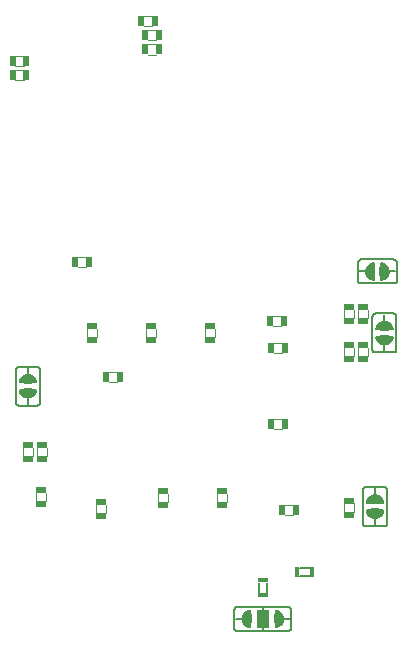
<source format=gbo>
G04 EAGLE Gerber RS-274X export*
G75*
%MOMM*%
%FSLAX34Y34*%
%LPD*%
%INSilkscreen Bottom*%
%IPPOS*%
%AMOC8*
5,1,8,0,0,1.08239X$1,22.5*%
G01*
%ADD10C,0.152400*%
%ADD11C,0.127000*%
%ADD12C,0.101600*%
%ADD13R,0.950000X0.500100*%
%ADD14R,0.500100X0.950000*%
%ADD15R,0.406400X0.863600*%
%ADD16R,1.016000X1.524000*%
%ADD17R,0.863600X0.406400*%


D10*
X1225160Y1047030D02*
X1225160Y1074970D01*
X1204840Y1047030D02*
X1204842Y1046930D01*
X1204848Y1046831D01*
X1204858Y1046731D01*
X1204871Y1046633D01*
X1204889Y1046534D01*
X1204910Y1046437D01*
X1204935Y1046341D01*
X1204964Y1046245D01*
X1204997Y1046151D01*
X1205033Y1046058D01*
X1205073Y1045967D01*
X1205117Y1045877D01*
X1205164Y1045789D01*
X1205214Y1045703D01*
X1205268Y1045619D01*
X1205325Y1045537D01*
X1205385Y1045458D01*
X1205449Y1045380D01*
X1205515Y1045306D01*
X1205584Y1045234D01*
X1205656Y1045165D01*
X1205730Y1045099D01*
X1205808Y1045035D01*
X1205887Y1044975D01*
X1205969Y1044918D01*
X1206053Y1044864D01*
X1206139Y1044814D01*
X1206227Y1044767D01*
X1206317Y1044723D01*
X1206408Y1044683D01*
X1206501Y1044647D01*
X1206595Y1044614D01*
X1206691Y1044585D01*
X1206787Y1044560D01*
X1206884Y1044539D01*
X1206983Y1044521D01*
X1207081Y1044508D01*
X1207181Y1044498D01*
X1207280Y1044492D01*
X1207380Y1044490D01*
X1204840Y1074970D02*
X1204842Y1075070D01*
X1204848Y1075169D01*
X1204858Y1075269D01*
X1204871Y1075367D01*
X1204889Y1075466D01*
X1204910Y1075563D01*
X1204935Y1075659D01*
X1204964Y1075755D01*
X1204997Y1075849D01*
X1205033Y1075942D01*
X1205073Y1076033D01*
X1205117Y1076123D01*
X1205164Y1076211D01*
X1205214Y1076297D01*
X1205268Y1076381D01*
X1205325Y1076463D01*
X1205385Y1076542D01*
X1205449Y1076620D01*
X1205515Y1076694D01*
X1205584Y1076766D01*
X1205656Y1076835D01*
X1205730Y1076901D01*
X1205808Y1076965D01*
X1205887Y1077025D01*
X1205969Y1077082D01*
X1206053Y1077136D01*
X1206139Y1077186D01*
X1206227Y1077233D01*
X1206317Y1077277D01*
X1206408Y1077317D01*
X1206501Y1077353D01*
X1206595Y1077386D01*
X1206691Y1077415D01*
X1206787Y1077440D01*
X1206884Y1077461D01*
X1206983Y1077479D01*
X1207081Y1077492D01*
X1207181Y1077502D01*
X1207280Y1077508D01*
X1207380Y1077510D01*
X1222620Y1077510D02*
X1222720Y1077508D01*
X1222819Y1077502D01*
X1222919Y1077492D01*
X1223017Y1077479D01*
X1223116Y1077461D01*
X1223213Y1077440D01*
X1223309Y1077415D01*
X1223405Y1077386D01*
X1223499Y1077353D01*
X1223592Y1077317D01*
X1223683Y1077277D01*
X1223773Y1077233D01*
X1223861Y1077186D01*
X1223947Y1077136D01*
X1224031Y1077082D01*
X1224113Y1077025D01*
X1224192Y1076965D01*
X1224270Y1076901D01*
X1224344Y1076835D01*
X1224416Y1076766D01*
X1224485Y1076694D01*
X1224551Y1076620D01*
X1224615Y1076542D01*
X1224675Y1076463D01*
X1224732Y1076381D01*
X1224786Y1076297D01*
X1224836Y1076211D01*
X1224883Y1076123D01*
X1224927Y1076033D01*
X1224967Y1075942D01*
X1225003Y1075849D01*
X1225036Y1075755D01*
X1225065Y1075659D01*
X1225090Y1075563D01*
X1225111Y1075466D01*
X1225129Y1075367D01*
X1225142Y1075269D01*
X1225152Y1075169D01*
X1225158Y1075070D01*
X1225160Y1074970D01*
X1225160Y1047030D02*
X1225158Y1046930D01*
X1225152Y1046831D01*
X1225142Y1046731D01*
X1225129Y1046633D01*
X1225111Y1046534D01*
X1225090Y1046437D01*
X1225065Y1046341D01*
X1225036Y1046245D01*
X1225003Y1046151D01*
X1224967Y1046058D01*
X1224927Y1045967D01*
X1224883Y1045877D01*
X1224836Y1045789D01*
X1224786Y1045703D01*
X1224732Y1045619D01*
X1224675Y1045537D01*
X1224615Y1045458D01*
X1224551Y1045380D01*
X1224485Y1045306D01*
X1224416Y1045234D01*
X1224344Y1045165D01*
X1224270Y1045099D01*
X1224192Y1045035D01*
X1224113Y1044975D01*
X1224031Y1044918D01*
X1223947Y1044864D01*
X1223861Y1044814D01*
X1223773Y1044767D01*
X1223683Y1044723D01*
X1223592Y1044683D01*
X1223499Y1044647D01*
X1223405Y1044614D01*
X1223309Y1044585D01*
X1223213Y1044560D01*
X1223116Y1044539D01*
X1223017Y1044521D01*
X1222919Y1044508D01*
X1222819Y1044498D01*
X1222720Y1044492D01*
X1222620Y1044490D01*
X1207380Y1044490D01*
X1207380Y1077510D02*
X1222620Y1077510D01*
X1204840Y1074970D02*
X1204840Y1047030D01*
X1215000Y1045760D02*
X1215000Y1050840D01*
X1215000Y1071160D02*
X1215000Y1076240D01*
D11*
X1221956Y1064174D02*
X1215000Y1063541D01*
X1215000Y1063541D01*
X1208044Y1064174D01*
X1208061Y1064344D01*
X1208083Y1064514D01*
X1208109Y1064682D01*
X1208139Y1064851D01*
X1208173Y1065018D01*
X1208211Y1065185D01*
X1208254Y1065350D01*
X1208300Y1065515D01*
X1208350Y1065678D01*
X1208404Y1065840D01*
X1208463Y1066001D01*
X1208525Y1066160D01*
X1208591Y1066317D01*
X1208661Y1066473D01*
X1208734Y1066627D01*
X1208812Y1066780D01*
X1208893Y1066930D01*
X1208978Y1067078D01*
X1209066Y1067225D01*
X1209158Y1067369D01*
X1209253Y1067510D01*
X1209352Y1067650D01*
X1209454Y1067787D01*
X1209560Y1067921D01*
X1209669Y1068053D01*
X1209781Y1068182D01*
X1209896Y1068308D01*
X1210014Y1068432D01*
X1210135Y1068552D01*
X1210259Y1068670D01*
X1210386Y1068784D01*
X1210515Y1068895D01*
X1210648Y1069003D01*
X1210783Y1069108D01*
X1210920Y1069210D01*
X1211060Y1069308D01*
X1211202Y1069402D01*
X1211347Y1069494D01*
X1211494Y1069581D01*
X1211642Y1069665D01*
X1211793Y1069745D01*
X1211946Y1069822D01*
X1212100Y1069895D01*
X1212257Y1069964D01*
X1212415Y1070029D01*
X1212574Y1070090D01*
X1212735Y1070148D01*
X1212897Y1070201D01*
X1213061Y1070250D01*
X1213226Y1070296D01*
X1213391Y1070337D01*
X1213558Y1070375D01*
X1213726Y1070408D01*
X1213894Y1070437D01*
X1214063Y1070462D01*
X1214233Y1070483D01*
X1214403Y1070499D01*
X1214573Y1070512D01*
X1214744Y1070520D01*
X1214915Y1070524D01*
X1215085Y1070524D01*
X1215256Y1070520D01*
X1215427Y1070512D01*
X1215597Y1070499D01*
X1215767Y1070483D01*
X1215937Y1070462D01*
X1216106Y1070437D01*
X1216274Y1070408D01*
X1216442Y1070375D01*
X1216609Y1070337D01*
X1216774Y1070296D01*
X1216939Y1070250D01*
X1217103Y1070201D01*
X1217265Y1070148D01*
X1217426Y1070090D01*
X1217585Y1070029D01*
X1217743Y1069964D01*
X1217900Y1069895D01*
X1218054Y1069822D01*
X1218207Y1069745D01*
X1218358Y1069665D01*
X1218506Y1069581D01*
X1218653Y1069494D01*
X1218798Y1069402D01*
X1218940Y1069308D01*
X1219080Y1069210D01*
X1219217Y1069108D01*
X1219352Y1069003D01*
X1219485Y1068895D01*
X1219614Y1068784D01*
X1219741Y1068670D01*
X1219865Y1068552D01*
X1219986Y1068432D01*
X1220104Y1068308D01*
X1220219Y1068182D01*
X1220331Y1068053D01*
X1220440Y1067921D01*
X1220546Y1067787D01*
X1220648Y1067650D01*
X1220747Y1067510D01*
X1220842Y1067369D01*
X1220934Y1067225D01*
X1221022Y1067078D01*
X1221107Y1066930D01*
X1221188Y1066780D01*
X1221266Y1066627D01*
X1221339Y1066473D01*
X1221409Y1066317D01*
X1221475Y1066160D01*
X1221537Y1066001D01*
X1221596Y1065840D01*
X1221650Y1065678D01*
X1221700Y1065515D01*
X1221746Y1065350D01*
X1221789Y1065185D01*
X1221827Y1065018D01*
X1221861Y1064851D01*
X1221891Y1064682D01*
X1221917Y1064514D01*
X1221939Y1064344D01*
X1221956Y1064174D01*
X1220744Y1064174D01*
X1220726Y1064323D01*
X1220703Y1064472D01*
X1220677Y1064621D01*
X1220647Y1064769D01*
X1220613Y1064915D01*
X1220575Y1065061D01*
X1220534Y1065206D01*
X1220488Y1065350D01*
X1220439Y1065493D01*
X1220386Y1065634D01*
X1220330Y1065774D01*
X1220270Y1065912D01*
X1220206Y1066049D01*
X1220139Y1066184D01*
X1220068Y1066317D01*
X1219994Y1066448D01*
X1219917Y1066577D01*
X1219836Y1066704D01*
X1219751Y1066829D01*
X1219664Y1066952D01*
X1219573Y1067073D01*
X1219480Y1067191D01*
X1219383Y1067307D01*
X1219283Y1067420D01*
X1219181Y1067530D01*
X1219075Y1067638D01*
X1218967Y1067743D01*
X1218856Y1067845D01*
X1218742Y1067944D01*
X1218626Y1068040D01*
X1218507Y1068133D01*
X1218386Y1068223D01*
X1218263Y1068310D01*
X1218138Y1068393D01*
X1218010Y1068473D01*
X1217880Y1068550D01*
X1217749Y1068624D01*
X1217615Y1068693D01*
X1217480Y1068760D01*
X1217343Y1068823D01*
X1217204Y1068882D01*
X1217064Y1068938D01*
X1216923Y1068990D01*
X1216780Y1069038D01*
X1216636Y1069083D01*
X1216491Y1069123D01*
X1216344Y1069160D01*
X1216197Y1069194D01*
X1216049Y1069223D01*
X1215901Y1069248D01*
X1215752Y1069270D01*
X1215602Y1069288D01*
X1215452Y1069301D01*
X1215301Y1069311D01*
X1215151Y1069317D01*
X1215000Y1069319D01*
X1214849Y1069317D01*
X1214699Y1069311D01*
X1214548Y1069301D01*
X1214398Y1069288D01*
X1214248Y1069270D01*
X1214099Y1069248D01*
X1213951Y1069223D01*
X1213803Y1069194D01*
X1213656Y1069160D01*
X1213509Y1069123D01*
X1213364Y1069083D01*
X1213220Y1069038D01*
X1213077Y1068990D01*
X1212936Y1068938D01*
X1212796Y1068882D01*
X1212657Y1068823D01*
X1212520Y1068760D01*
X1212385Y1068693D01*
X1212251Y1068624D01*
X1212120Y1068550D01*
X1211990Y1068473D01*
X1211862Y1068393D01*
X1211737Y1068310D01*
X1211614Y1068223D01*
X1211493Y1068133D01*
X1211374Y1068040D01*
X1211258Y1067944D01*
X1211144Y1067845D01*
X1211033Y1067743D01*
X1210925Y1067638D01*
X1210819Y1067530D01*
X1210717Y1067420D01*
X1210617Y1067307D01*
X1210520Y1067191D01*
X1210427Y1067073D01*
X1210336Y1066952D01*
X1210249Y1066829D01*
X1210164Y1066704D01*
X1210083Y1066577D01*
X1210006Y1066448D01*
X1209932Y1066317D01*
X1209861Y1066184D01*
X1209794Y1066049D01*
X1209730Y1065912D01*
X1209670Y1065774D01*
X1209614Y1065634D01*
X1209561Y1065493D01*
X1209512Y1065350D01*
X1209466Y1065206D01*
X1209425Y1065061D01*
X1209387Y1064915D01*
X1209353Y1064769D01*
X1209323Y1064621D01*
X1209297Y1064472D01*
X1209274Y1064323D01*
X1209256Y1064174D01*
X1210471Y1064173D01*
X1210491Y1064305D01*
X1210516Y1064436D01*
X1210544Y1064567D01*
X1210576Y1064697D01*
X1210611Y1064826D01*
X1210651Y1064953D01*
X1210694Y1065080D01*
X1210741Y1065205D01*
X1210791Y1065329D01*
X1210845Y1065451D01*
X1210903Y1065571D01*
X1210964Y1065690D01*
X1211029Y1065807D01*
X1211097Y1065922D01*
X1211168Y1066035D01*
X1211242Y1066146D01*
X1211320Y1066255D01*
X1211401Y1066361D01*
X1211485Y1066465D01*
X1211572Y1066567D01*
X1211662Y1066666D01*
X1211755Y1066762D01*
X1211850Y1066855D01*
X1211948Y1066946D01*
X1212049Y1067034D01*
X1212153Y1067118D01*
X1212258Y1067200D01*
X1212366Y1067279D01*
X1212477Y1067354D01*
X1212589Y1067426D01*
X1212704Y1067495D01*
X1212820Y1067560D01*
X1212939Y1067622D01*
X1213059Y1067681D01*
X1213181Y1067736D01*
X1213304Y1067787D01*
X1213429Y1067835D01*
X1213555Y1067879D01*
X1213683Y1067919D01*
X1213811Y1067956D01*
X1213941Y1067989D01*
X1214071Y1068018D01*
X1214202Y1068043D01*
X1214334Y1068064D01*
X1214467Y1068082D01*
X1214600Y1068095D01*
X1214733Y1068105D01*
X1214866Y1068111D01*
X1215000Y1068113D01*
X1215134Y1068111D01*
X1215267Y1068105D01*
X1215400Y1068095D01*
X1215533Y1068082D01*
X1215666Y1068064D01*
X1215798Y1068043D01*
X1215929Y1068018D01*
X1216059Y1067989D01*
X1216189Y1067956D01*
X1216317Y1067919D01*
X1216445Y1067879D01*
X1216571Y1067835D01*
X1216696Y1067787D01*
X1216819Y1067736D01*
X1216941Y1067681D01*
X1217061Y1067622D01*
X1217180Y1067560D01*
X1217296Y1067495D01*
X1217411Y1067426D01*
X1217523Y1067354D01*
X1217634Y1067279D01*
X1217742Y1067200D01*
X1217847Y1067118D01*
X1217951Y1067034D01*
X1218052Y1066946D01*
X1218150Y1066855D01*
X1218245Y1066762D01*
X1218338Y1066666D01*
X1218428Y1066567D01*
X1218515Y1066465D01*
X1218599Y1066361D01*
X1218680Y1066255D01*
X1218758Y1066146D01*
X1218832Y1066035D01*
X1218903Y1065922D01*
X1218971Y1065807D01*
X1219036Y1065690D01*
X1219097Y1065571D01*
X1219155Y1065451D01*
X1219209Y1065329D01*
X1219259Y1065205D01*
X1219306Y1065080D01*
X1219349Y1064953D01*
X1219389Y1064826D01*
X1219424Y1064697D01*
X1219456Y1064567D01*
X1219484Y1064436D01*
X1219509Y1064305D01*
X1219529Y1064173D01*
X1218307Y1064171D01*
X1218284Y1064284D01*
X1218257Y1064395D01*
X1218225Y1064506D01*
X1218191Y1064615D01*
X1218152Y1064724D01*
X1218110Y1064831D01*
X1218064Y1064936D01*
X1218015Y1065040D01*
X1217962Y1065142D01*
X1217905Y1065242D01*
X1217846Y1065340D01*
X1217782Y1065436D01*
X1217716Y1065530D01*
X1217647Y1065621D01*
X1217574Y1065710D01*
X1217499Y1065797D01*
X1217420Y1065881D01*
X1217339Y1065962D01*
X1217255Y1066041D01*
X1217168Y1066116D01*
X1217079Y1066189D01*
X1216987Y1066258D01*
X1216893Y1066324D01*
X1216797Y1066387D01*
X1216699Y1066447D01*
X1216599Y1066503D01*
X1216497Y1066556D01*
X1216393Y1066605D01*
X1216288Y1066651D01*
X1216181Y1066693D01*
X1216073Y1066732D01*
X1215963Y1066766D01*
X1215852Y1066797D01*
X1215741Y1066824D01*
X1215628Y1066848D01*
X1215515Y1066867D01*
X1215401Y1066883D01*
X1215287Y1066895D01*
X1215172Y1066903D01*
X1215057Y1066907D01*
X1214943Y1066907D01*
X1214828Y1066903D01*
X1214713Y1066895D01*
X1214599Y1066883D01*
X1214485Y1066867D01*
X1214372Y1066848D01*
X1214259Y1066824D01*
X1214148Y1066797D01*
X1214037Y1066766D01*
X1213927Y1066732D01*
X1213819Y1066693D01*
X1213712Y1066651D01*
X1213607Y1066605D01*
X1213503Y1066556D01*
X1213401Y1066503D01*
X1213301Y1066447D01*
X1213203Y1066387D01*
X1213107Y1066324D01*
X1213013Y1066258D01*
X1212921Y1066189D01*
X1212832Y1066116D01*
X1212745Y1066041D01*
X1212661Y1065962D01*
X1212580Y1065881D01*
X1212501Y1065797D01*
X1212426Y1065710D01*
X1212353Y1065621D01*
X1212284Y1065530D01*
X1212218Y1065436D01*
X1212154Y1065340D01*
X1212095Y1065242D01*
X1212038Y1065142D01*
X1211985Y1065040D01*
X1211936Y1064936D01*
X1211890Y1064831D01*
X1211848Y1064724D01*
X1211809Y1064615D01*
X1211775Y1064506D01*
X1211743Y1064395D01*
X1211716Y1064284D01*
X1211693Y1064171D01*
X1212932Y1064166D01*
X1212960Y1064253D01*
X1212992Y1064340D01*
X1213028Y1064424D01*
X1213068Y1064507D01*
X1213110Y1064589D01*
X1213157Y1064668D01*
X1213207Y1064746D01*
X1213259Y1064821D01*
X1213316Y1064894D01*
X1213375Y1064964D01*
X1213437Y1065032D01*
X1213502Y1065097D01*
X1213569Y1065160D01*
X1213639Y1065219D01*
X1213712Y1065275D01*
X1213787Y1065329D01*
X1213864Y1065379D01*
X1213944Y1065425D01*
X1214025Y1065468D01*
X1214108Y1065508D01*
X1214192Y1065544D01*
X1214278Y1065577D01*
X1214366Y1065606D01*
X1214454Y1065631D01*
X1214544Y1065652D01*
X1214634Y1065670D01*
X1214725Y1065683D01*
X1214816Y1065693D01*
X1214908Y1065699D01*
X1215000Y1065701D01*
X1215092Y1065699D01*
X1215184Y1065693D01*
X1215275Y1065683D01*
X1215366Y1065670D01*
X1215456Y1065652D01*
X1215546Y1065631D01*
X1215634Y1065606D01*
X1215722Y1065577D01*
X1215808Y1065544D01*
X1215892Y1065508D01*
X1215975Y1065468D01*
X1216056Y1065425D01*
X1216136Y1065379D01*
X1216213Y1065329D01*
X1216288Y1065275D01*
X1216361Y1065219D01*
X1216431Y1065160D01*
X1216498Y1065097D01*
X1216563Y1065032D01*
X1216625Y1064964D01*
X1216684Y1064894D01*
X1216741Y1064821D01*
X1216793Y1064746D01*
X1216843Y1064668D01*
X1216890Y1064589D01*
X1216932Y1064507D01*
X1216972Y1064424D01*
X1217008Y1064340D01*
X1217040Y1064253D01*
X1217068Y1064166D01*
X1215752Y1064129D01*
X1215713Y1064175D01*
X1215672Y1064218D01*
X1215629Y1064259D01*
X1215582Y1064297D01*
X1215534Y1064332D01*
X1215484Y1064363D01*
X1215431Y1064392D01*
X1215377Y1064417D01*
X1215322Y1064439D01*
X1215265Y1064458D01*
X1215207Y1064472D01*
X1215149Y1064483D01*
X1215089Y1064491D01*
X1215030Y1064495D01*
X1214970Y1064495D01*
X1214911Y1064491D01*
X1214851Y1064483D01*
X1214793Y1064472D01*
X1214735Y1064458D01*
X1214678Y1064439D01*
X1214623Y1064417D01*
X1214569Y1064392D01*
X1214516Y1064363D01*
X1214466Y1064332D01*
X1214418Y1064297D01*
X1214371Y1064259D01*
X1214328Y1064218D01*
X1214287Y1064175D01*
X1214248Y1064129D01*
X1208044Y1057826D02*
X1215000Y1058459D01*
X1215000Y1058459D01*
X1221956Y1057826D01*
X1221939Y1057656D01*
X1221917Y1057486D01*
X1221891Y1057318D01*
X1221861Y1057149D01*
X1221827Y1056982D01*
X1221789Y1056815D01*
X1221746Y1056650D01*
X1221700Y1056485D01*
X1221650Y1056322D01*
X1221596Y1056160D01*
X1221537Y1055999D01*
X1221475Y1055840D01*
X1221409Y1055683D01*
X1221339Y1055527D01*
X1221266Y1055373D01*
X1221188Y1055220D01*
X1221107Y1055070D01*
X1221022Y1054922D01*
X1220934Y1054775D01*
X1220842Y1054631D01*
X1220747Y1054490D01*
X1220648Y1054350D01*
X1220546Y1054213D01*
X1220440Y1054079D01*
X1220331Y1053947D01*
X1220219Y1053818D01*
X1220104Y1053692D01*
X1219986Y1053568D01*
X1219865Y1053448D01*
X1219741Y1053330D01*
X1219614Y1053216D01*
X1219485Y1053105D01*
X1219352Y1052997D01*
X1219217Y1052892D01*
X1219080Y1052790D01*
X1218940Y1052692D01*
X1218798Y1052598D01*
X1218653Y1052506D01*
X1218506Y1052419D01*
X1218358Y1052335D01*
X1218207Y1052255D01*
X1218054Y1052178D01*
X1217900Y1052105D01*
X1217743Y1052036D01*
X1217585Y1051971D01*
X1217426Y1051910D01*
X1217265Y1051852D01*
X1217103Y1051799D01*
X1216939Y1051750D01*
X1216774Y1051704D01*
X1216609Y1051663D01*
X1216442Y1051625D01*
X1216274Y1051592D01*
X1216106Y1051563D01*
X1215937Y1051538D01*
X1215767Y1051517D01*
X1215597Y1051501D01*
X1215427Y1051488D01*
X1215256Y1051480D01*
X1215085Y1051476D01*
X1214915Y1051476D01*
X1214744Y1051480D01*
X1214573Y1051488D01*
X1214403Y1051501D01*
X1214233Y1051517D01*
X1214063Y1051538D01*
X1213894Y1051563D01*
X1213726Y1051592D01*
X1213558Y1051625D01*
X1213391Y1051663D01*
X1213226Y1051704D01*
X1213061Y1051750D01*
X1212897Y1051799D01*
X1212735Y1051852D01*
X1212574Y1051910D01*
X1212415Y1051971D01*
X1212257Y1052036D01*
X1212100Y1052105D01*
X1211946Y1052178D01*
X1211793Y1052255D01*
X1211642Y1052335D01*
X1211494Y1052419D01*
X1211347Y1052506D01*
X1211202Y1052598D01*
X1211060Y1052692D01*
X1210920Y1052790D01*
X1210783Y1052892D01*
X1210648Y1052997D01*
X1210515Y1053105D01*
X1210386Y1053216D01*
X1210259Y1053330D01*
X1210135Y1053448D01*
X1210014Y1053568D01*
X1209896Y1053692D01*
X1209781Y1053818D01*
X1209669Y1053947D01*
X1209560Y1054079D01*
X1209454Y1054213D01*
X1209352Y1054350D01*
X1209253Y1054490D01*
X1209158Y1054631D01*
X1209066Y1054775D01*
X1208978Y1054922D01*
X1208893Y1055070D01*
X1208812Y1055220D01*
X1208734Y1055373D01*
X1208661Y1055527D01*
X1208591Y1055683D01*
X1208525Y1055840D01*
X1208463Y1055999D01*
X1208404Y1056160D01*
X1208350Y1056322D01*
X1208300Y1056485D01*
X1208254Y1056650D01*
X1208211Y1056815D01*
X1208173Y1056982D01*
X1208139Y1057149D01*
X1208109Y1057318D01*
X1208083Y1057486D01*
X1208061Y1057656D01*
X1208044Y1057826D01*
X1209256Y1057826D01*
X1209274Y1057677D01*
X1209297Y1057528D01*
X1209323Y1057379D01*
X1209353Y1057231D01*
X1209387Y1057085D01*
X1209425Y1056939D01*
X1209466Y1056794D01*
X1209512Y1056650D01*
X1209561Y1056507D01*
X1209614Y1056366D01*
X1209670Y1056226D01*
X1209730Y1056088D01*
X1209794Y1055951D01*
X1209861Y1055816D01*
X1209932Y1055683D01*
X1210006Y1055552D01*
X1210083Y1055423D01*
X1210164Y1055296D01*
X1210249Y1055171D01*
X1210336Y1055048D01*
X1210427Y1054927D01*
X1210520Y1054809D01*
X1210617Y1054693D01*
X1210717Y1054580D01*
X1210819Y1054470D01*
X1210925Y1054362D01*
X1211033Y1054257D01*
X1211144Y1054155D01*
X1211258Y1054056D01*
X1211374Y1053960D01*
X1211493Y1053867D01*
X1211614Y1053777D01*
X1211737Y1053690D01*
X1211862Y1053607D01*
X1211990Y1053527D01*
X1212120Y1053450D01*
X1212251Y1053376D01*
X1212385Y1053307D01*
X1212520Y1053240D01*
X1212657Y1053177D01*
X1212796Y1053118D01*
X1212936Y1053062D01*
X1213077Y1053010D01*
X1213220Y1052962D01*
X1213364Y1052917D01*
X1213509Y1052877D01*
X1213656Y1052840D01*
X1213803Y1052806D01*
X1213951Y1052777D01*
X1214099Y1052752D01*
X1214248Y1052730D01*
X1214398Y1052712D01*
X1214548Y1052699D01*
X1214699Y1052689D01*
X1214849Y1052683D01*
X1215000Y1052681D01*
X1215151Y1052683D01*
X1215301Y1052689D01*
X1215452Y1052699D01*
X1215602Y1052712D01*
X1215752Y1052730D01*
X1215901Y1052752D01*
X1216049Y1052777D01*
X1216197Y1052806D01*
X1216344Y1052840D01*
X1216491Y1052877D01*
X1216636Y1052917D01*
X1216780Y1052962D01*
X1216923Y1053010D01*
X1217064Y1053062D01*
X1217204Y1053118D01*
X1217343Y1053177D01*
X1217480Y1053240D01*
X1217615Y1053307D01*
X1217749Y1053376D01*
X1217880Y1053450D01*
X1218010Y1053527D01*
X1218138Y1053607D01*
X1218263Y1053690D01*
X1218386Y1053777D01*
X1218507Y1053867D01*
X1218626Y1053960D01*
X1218742Y1054056D01*
X1218856Y1054155D01*
X1218967Y1054257D01*
X1219075Y1054362D01*
X1219181Y1054470D01*
X1219283Y1054580D01*
X1219383Y1054693D01*
X1219480Y1054809D01*
X1219573Y1054927D01*
X1219664Y1055048D01*
X1219751Y1055171D01*
X1219836Y1055296D01*
X1219917Y1055423D01*
X1219994Y1055552D01*
X1220068Y1055683D01*
X1220139Y1055816D01*
X1220206Y1055951D01*
X1220270Y1056088D01*
X1220330Y1056226D01*
X1220386Y1056366D01*
X1220439Y1056507D01*
X1220488Y1056650D01*
X1220534Y1056794D01*
X1220575Y1056939D01*
X1220613Y1057085D01*
X1220647Y1057231D01*
X1220677Y1057379D01*
X1220703Y1057528D01*
X1220726Y1057677D01*
X1220744Y1057826D01*
X1219529Y1057827D01*
X1219509Y1057695D01*
X1219484Y1057564D01*
X1219456Y1057433D01*
X1219424Y1057303D01*
X1219389Y1057174D01*
X1219349Y1057047D01*
X1219306Y1056920D01*
X1219259Y1056795D01*
X1219209Y1056671D01*
X1219155Y1056549D01*
X1219097Y1056429D01*
X1219036Y1056310D01*
X1218971Y1056193D01*
X1218903Y1056078D01*
X1218832Y1055965D01*
X1218758Y1055854D01*
X1218680Y1055745D01*
X1218599Y1055639D01*
X1218515Y1055535D01*
X1218428Y1055433D01*
X1218338Y1055334D01*
X1218245Y1055238D01*
X1218150Y1055145D01*
X1218052Y1055054D01*
X1217951Y1054966D01*
X1217847Y1054882D01*
X1217742Y1054800D01*
X1217634Y1054721D01*
X1217523Y1054646D01*
X1217411Y1054574D01*
X1217296Y1054505D01*
X1217180Y1054440D01*
X1217061Y1054378D01*
X1216941Y1054319D01*
X1216819Y1054264D01*
X1216696Y1054213D01*
X1216571Y1054165D01*
X1216445Y1054121D01*
X1216317Y1054081D01*
X1216189Y1054044D01*
X1216059Y1054011D01*
X1215929Y1053982D01*
X1215798Y1053957D01*
X1215666Y1053936D01*
X1215533Y1053918D01*
X1215400Y1053905D01*
X1215267Y1053895D01*
X1215134Y1053889D01*
X1215000Y1053887D01*
X1214866Y1053889D01*
X1214733Y1053895D01*
X1214600Y1053905D01*
X1214467Y1053918D01*
X1214334Y1053936D01*
X1214202Y1053957D01*
X1214071Y1053982D01*
X1213941Y1054011D01*
X1213811Y1054044D01*
X1213683Y1054081D01*
X1213555Y1054121D01*
X1213429Y1054165D01*
X1213304Y1054213D01*
X1213181Y1054264D01*
X1213059Y1054319D01*
X1212939Y1054378D01*
X1212820Y1054440D01*
X1212704Y1054505D01*
X1212589Y1054574D01*
X1212477Y1054646D01*
X1212366Y1054721D01*
X1212258Y1054800D01*
X1212153Y1054882D01*
X1212049Y1054966D01*
X1211948Y1055054D01*
X1211850Y1055145D01*
X1211755Y1055238D01*
X1211662Y1055334D01*
X1211572Y1055433D01*
X1211485Y1055535D01*
X1211401Y1055639D01*
X1211320Y1055745D01*
X1211242Y1055854D01*
X1211168Y1055965D01*
X1211097Y1056078D01*
X1211029Y1056193D01*
X1210964Y1056310D01*
X1210903Y1056429D01*
X1210845Y1056549D01*
X1210791Y1056671D01*
X1210741Y1056795D01*
X1210694Y1056920D01*
X1210651Y1057047D01*
X1210611Y1057174D01*
X1210576Y1057303D01*
X1210544Y1057433D01*
X1210516Y1057564D01*
X1210491Y1057695D01*
X1210471Y1057827D01*
X1211693Y1057829D01*
X1211716Y1057716D01*
X1211743Y1057605D01*
X1211775Y1057494D01*
X1211809Y1057385D01*
X1211848Y1057276D01*
X1211890Y1057169D01*
X1211936Y1057064D01*
X1211985Y1056960D01*
X1212038Y1056858D01*
X1212095Y1056758D01*
X1212154Y1056660D01*
X1212218Y1056564D01*
X1212284Y1056470D01*
X1212353Y1056379D01*
X1212426Y1056290D01*
X1212501Y1056203D01*
X1212580Y1056119D01*
X1212661Y1056038D01*
X1212745Y1055959D01*
X1212832Y1055884D01*
X1212921Y1055811D01*
X1213013Y1055742D01*
X1213107Y1055676D01*
X1213203Y1055613D01*
X1213301Y1055553D01*
X1213401Y1055497D01*
X1213503Y1055444D01*
X1213607Y1055395D01*
X1213712Y1055349D01*
X1213819Y1055307D01*
X1213927Y1055268D01*
X1214037Y1055234D01*
X1214148Y1055203D01*
X1214259Y1055176D01*
X1214372Y1055152D01*
X1214485Y1055133D01*
X1214599Y1055117D01*
X1214713Y1055105D01*
X1214828Y1055097D01*
X1214943Y1055093D01*
X1215057Y1055093D01*
X1215172Y1055097D01*
X1215287Y1055105D01*
X1215401Y1055117D01*
X1215515Y1055133D01*
X1215628Y1055152D01*
X1215741Y1055176D01*
X1215852Y1055203D01*
X1215963Y1055234D01*
X1216073Y1055268D01*
X1216181Y1055307D01*
X1216288Y1055349D01*
X1216393Y1055395D01*
X1216497Y1055444D01*
X1216599Y1055497D01*
X1216699Y1055553D01*
X1216797Y1055613D01*
X1216893Y1055676D01*
X1216987Y1055742D01*
X1217079Y1055811D01*
X1217168Y1055884D01*
X1217255Y1055959D01*
X1217339Y1056038D01*
X1217420Y1056119D01*
X1217499Y1056203D01*
X1217574Y1056290D01*
X1217647Y1056379D01*
X1217716Y1056470D01*
X1217782Y1056564D01*
X1217846Y1056660D01*
X1217905Y1056758D01*
X1217962Y1056858D01*
X1218015Y1056960D01*
X1218064Y1057064D01*
X1218110Y1057169D01*
X1218152Y1057276D01*
X1218191Y1057385D01*
X1218225Y1057494D01*
X1218257Y1057605D01*
X1218284Y1057716D01*
X1218307Y1057829D01*
X1217068Y1057834D01*
X1217040Y1057747D01*
X1217008Y1057660D01*
X1216972Y1057576D01*
X1216932Y1057493D01*
X1216890Y1057411D01*
X1216843Y1057332D01*
X1216793Y1057254D01*
X1216741Y1057179D01*
X1216684Y1057106D01*
X1216625Y1057036D01*
X1216563Y1056968D01*
X1216498Y1056903D01*
X1216431Y1056840D01*
X1216361Y1056781D01*
X1216288Y1056725D01*
X1216213Y1056671D01*
X1216136Y1056621D01*
X1216056Y1056575D01*
X1215975Y1056532D01*
X1215892Y1056492D01*
X1215808Y1056456D01*
X1215722Y1056423D01*
X1215634Y1056394D01*
X1215546Y1056369D01*
X1215456Y1056348D01*
X1215366Y1056330D01*
X1215275Y1056317D01*
X1215184Y1056307D01*
X1215092Y1056301D01*
X1215000Y1056299D01*
X1214908Y1056301D01*
X1214816Y1056307D01*
X1214725Y1056317D01*
X1214634Y1056330D01*
X1214544Y1056348D01*
X1214454Y1056369D01*
X1214366Y1056394D01*
X1214278Y1056423D01*
X1214192Y1056456D01*
X1214108Y1056492D01*
X1214025Y1056532D01*
X1213944Y1056575D01*
X1213864Y1056621D01*
X1213787Y1056671D01*
X1213712Y1056725D01*
X1213639Y1056781D01*
X1213569Y1056840D01*
X1213502Y1056903D01*
X1213437Y1056968D01*
X1213375Y1057036D01*
X1213316Y1057106D01*
X1213259Y1057179D01*
X1213207Y1057254D01*
X1213157Y1057332D01*
X1213110Y1057411D01*
X1213068Y1057493D01*
X1213028Y1057576D01*
X1212992Y1057660D01*
X1212960Y1057747D01*
X1212932Y1057834D01*
X1214248Y1057871D01*
X1214287Y1057825D01*
X1214328Y1057782D01*
X1214371Y1057741D01*
X1214418Y1057703D01*
X1214466Y1057668D01*
X1214516Y1057637D01*
X1214569Y1057608D01*
X1214623Y1057583D01*
X1214678Y1057561D01*
X1214735Y1057542D01*
X1214793Y1057528D01*
X1214851Y1057517D01*
X1214911Y1057509D01*
X1214970Y1057505D01*
X1215030Y1057505D01*
X1215089Y1057509D01*
X1215149Y1057517D01*
X1215207Y1057528D01*
X1215265Y1057542D01*
X1215322Y1057561D01*
X1215377Y1057583D01*
X1215431Y1057608D01*
X1215484Y1057637D01*
X1215534Y1057668D01*
X1215582Y1057703D01*
X1215629Y1057741D01*
X1215672Y1057782D01*
X1215713Y1057825D01*
X1215752Y1057871D01*
D10*
X1212840Y1194030D02*
X1212840Y1221970D01*
X1230620Y1224510D02*
X1230720Y1224508D01*
X1230819Y1224502D01*
X1230919Y1224492D01*
X1231017Y1224479D01*
X1231116Y1224461D01*
X1231213Y1224440D01*
X1231309Y1224415D01*
X1231405Y1224386D01*
X1231499Y1224353D01*
X1231592Y1224317D01*
X1231683Y1224277D01*
X1231773Y1224233D01*
X1231861Y1224186D01*
X1231947Y1224136D01*
X1232031Y1224082D01*
X1232113Y1224025D01*
X1232192Y1223965D01*
X1232270Y1223901D01*
X1232344Y1223835D01*
X1232416Y1223766D01*
X1232485Y1223694D01*
X1232551Y1223620D01*
X1232615Y1223542D01*
X1232675Y1223463D01*
X1232732Y1223381D01*
X1232786Y1223297D01*
X1232836Y1223211D01*
X1232883Y1223123D01*
X1232927Y1223033D01*
X1232967Y1222942D01*
X1233003Y1222849D01*
X1233036Y1222755D01*
X1233065Y1222659D01*
X1233090Y1222563D01*
X1233111Y1222466D01*
X1233129Y1222367D01*
X1233142Y1222269D01*
X1233152Y1222169D01*
X1233158Y1222070D01*
X1233160Y1221970D01*
X1233160Y1194030D02*
X1233158Y1193930D01*
X1233152Y1193831D01*
X1233142Y1193731D01*
X1233129Y1193633D01*
X1233111Y1193534D01*
X1233090Y1193437D01*
X1233065Y1193341D01*
X1233036Y1193245D01*
X1233003Y1193151D01*
X1232967Y1193058D01*
X1232927Y1192967D01*
X1232883Y1192877D01*
X1232836Y1192789D01*
X1232786Y1192703D01*
X1232732Y1192619D01*
X1232675Y1192537D01*
X1232615Y1192458D01*
X1232551Y1192380D01*
X1232485Y1192306D01*
X1232416Y1192234D01*
X1232344Y1192165D01*
X1232270Y1192099D01*
X1232192Y1192035D01*
X1232113Y1191975D01*
X1232031Y1191918D01*
X1231947Y1191864D01*
X1231861Y1191814D01*
X1231773Y1191767D01*
X1231683Y1191723D01*
X1231592Y1191683D01*
X1231499Y1191647D01*
X1231405Y1191614D01*
X1231309Y1191585D01*
X1231213Y1191560D01*
X1231116Y1191539D01*
X1231017Y1191521D01*
X1230919Y1191508D01*
X1230819Y1191498D01*
X1230720Y1191492D01*
X1230620Y1191490D01*
X1215380Y1191490D02*
X1215280Y1191492D01*
X1215181Y1191498D01*
X1215081Y1191508D01*
X1214983Y1191521D01*
X1214884Y1191539D01*
X1214787Y1191560D01*
X1214691Y1191585D01*
X1214595Y1191614D01*
X1214501Y1191647D01*
X1214408Y1191683D01*
X1214317Y1191723D01*
X1214227Y1191767D01*
X1214139Y1191814D01*
X1214053Y1191864D01*
X1213969Y1191918D01*
X1213887Y1191975D01*
X1213808Y1192035D01*
X1213730Y1192099D01*
X1213656Y1192165D01*
X1213584Y1192234D01*
X1213515Y1192306D01*
X1213449Y1192380D01*
X1213385Y1192458D01*
X1213325Y1192537D01*
X1213268Y1192619D01*
X1213214Y1192703D01*
X1213164Y1192789D01*
X1213117Y1192877D01*
X1213073Y1192967D01*
X1213033Y1193058D01*
X1212997Y1193151D01*
X1212964Y1193245D01*
X1212935Y1193341D01*
X1212910Y1193437D01*
X1212889Y1193534D01*
X1212871Y1193633D01*
X1212858Y1193731D01*
X1212848Y1193831D01*
X1212842Y1193930D01*
X1212840Y1194030D01*
X1212840Y1221970D02*
X1212842Y1222070D01*
X1212848Y1222169D01*
X1212858Y1222269D01*
X1212871Y1222367D01*
X1212889Y1222466D01*
X1212910Y1222563D01*
X1212935Y1222659D01*
X1212964Y1222755D01*
X1212997Y1222849D01*
X1213033Y1222942D01*
X1213073Y1223033D01*
X1213117Y1223123D01*
X1213164Y1223211D01*
X1213214Y1223297D01*
X1213268Y1223381D01*
X1213325Y1223463D01*
X1213385Y1223542D01*
X1213449Y1223620D01*
X1213515Y1223694D01*
X1213584Y1223766D01*
X1213656Y1223835D01*
X1213730Y1223901D01*
X1213808Y1223965D01*
X1213887Y1224025D01*
X1213969Y1224082D01*
X1214053Y1224136D01*
X1214139Y1224186D01*
X1214227Y1224233D01*
X1214317Y1224277D01*
X1214408Y1224317D01*
X1214501Y1224353D01*
X1214595Y1224386D01*
X1214691Y1224415D01*
X1214787Y1224440D01*
X1214884Y1224461D01*
X1214983Y1224479D01*
X1215081Y1224492D01*
X1215181Y1224502D01*
X1215280Y1224508D01*
X1215380Y1224510D01*
X1230620Y1224510D01*
X1230620Y1191490D02*
X1215380Y1191490D01*
X1233160Y1194030D02*
X1233160Y1221970D01*
X1223000Y1223240D02*
X1223000Y1218160D01*
X1223000Y1197840D02*
X1223000Y1192760D01*
D11*
X1216044Y1204826D02*
X1223000Y1205459D01*
X1223000Y1205459D01*
X1229956Y1204826D01*
X1229939Y1204656D01*
X1229917Y1204486D01*
X1229891Y1204318D01*
X1229861Y1204149D01*
X1229827Y1203982D01*
X1229789Y1203815D01*
X1229746Y1203650D01*
X1229700Y1203485D01*
X1229650Y1203322D01*
X1229596Y1203160D01*
X1229537Y1202999D01*
X1229475Y1202840D01*
X1229409Y1202683D01*
X1229339Y1202527D01*
X1229266Y1202373D01*
X1229188Y1202220D01*
X1229107Y1202070D01*
X1229022Y1201922D01*
X1228934Y1201775D01*
X1228842Y1201631D01*
X1228747Y1201490D01*
X1228648Y1201350D01*
X1228546Y1201213D01*
X1228440Y1201079D01*
X1228331Y1200947D01*
X1228219Y1200818D01*
X1228104Y1200692D01*
X1227986Y1200568D01*
X1227865Y1200448D01*
X1227741Y1200330D01*
X1227614Y1200216D01*
X1227485Y1200105D01*
X1227352Y1199997D01*
X1227217Y1199892D01*
X1227080Y1199790D01*
X1226940Y1199692D01*
X1226798Y1199598D01*
X1226653Y1199506D01*
X1226506Y1199419D01*
X1226358Y1199335D01*
X1226207Y1199255D01*
X1226054Y1199178D01*
X1225900Y1199105D01*
X1225743Y1199036D01*
X1225585Y1198971D01*
X1225426Y1198910D01*
X1225265Y1198852D01*
X1225103Y1198799D01*
X1224939Y1198750D01*
X1224774Y1198704D01*
X1224609Y1198663D01*
X1224442Y1198625D01*
X1224274Y1198592D01*
X1224106Y1198563D01*
X1223937Y1198538D01*
X1223767Y1198517D01*
X1223597Y1198501D01*
X1223427Y1198488D01*
X1223256Y1198480D01*
X1223085Y1198476D01*
X1222915Y1198476D01*
X1222744Y1198480D01*
X1222573Y1198488D01*
X1222403Y1198501D01*
X1222233Y1198517D01*
X1222063Y1198538D01*
X1221894Y1198563D01*
X1221726Y1198592D01*
X1221558Y1198625D01*
X1221391Y1198663D01*
X1221226Y1198704D01*
X1221061Y1198750D01*
X1220897Y1198799D01*
X1220735Y1198852D01*
X1220574Y1198910D01*
X1220415Y1198971D01*
X1220257Y1199036D01*
X1220100Y1199105D01*
X1219946Y1199178D01*
X1219793Y1199255D01*
X1219642Y1199335D01*
X1219494Y1199419D01*
X1219347Y1199506D01*
X1219202Y1199598D01*
X1219060Y1199692D01*
X1218920Y1199790D01*
X1218783Y1199892D01*
X1218648Y1199997D01*
X1218515Y1200105D01*
X1218386Y1200216D01*
X1218259Y1200330D01*
X1218135Y1200448D01*
X1218014Y1200568D01*
X1217896Y1200692D01*
X1217781Y1200818D01*
X1217669Y1200947D01*
X1217560Y1201079D01*
X1217454Y1201213D01*
X1217352Y1201350D01*
X1217253Y1201490D01*
X1217158Y1201631D01*
X1217066Y1201775D01*
X1216978Y1201922D01*
X1216893Y1202070D01*
X1216812Y1202220D01*
X1216734Y1202373D01*
X1216661Y1202527D01*
X1216591Y1202683D01*
X1216525Y1202840D01*
X1216463Y1202999D01*
X1216404Y1203160D01*
X1216350Y1203322D01*
X1216300Y1203485D01*
X1216254Y1203650D01*
X1216211Y1203815D01*
X1216173Y1203982D01*
X1216139Y1204149D01*
X1216109Y1204318D01*
X1216083Y1204486D01*
X1216061Y1204656D01*
X1216044Y1204826D01*
X1217256Y1204826D01*
X1217274Y1204677D01*
X1217297Y1204528D01*
X1217323Y1204379D01*
X1217353Y1204231D01*
X1217387Y1204085D01*
X1217425Y1203939D01*
X1217466Y1203794D01*
X1217512Y1203650D01*
X1217561Y1203507D01*
X1217614Y1203366D01*
X1217670Y1203226D01*
X1217730Y1203088D01*
X1217794Y1202951D01*
X1217861Y1202816D01*
X1217932Y1202683D01*
X1218006Y1202552D01*
X1218083Y1202423D01*
X1218164Y1202296D01*
X1218249Y1202171D01*
X1218336Y1202048D01*
X1218427Y1201927D01*
X1218520Y1201809D01*
X1218617Y1201693D01*
X1218717Y1201580D01*
X1218819Y1201470D01*
X1218925Y1201362D01*
X1219033Y1201257D01*
X1219144Y1201155D01*
X1219258Y1201056D01*
X1219374Y1200960D01*
X1219493Y1200867D01*
X1219614Y1200777D01*
X1219737Y1200690D01*
X1219862Y1200607D01*
X1219990Y1200527D01*
X1220120Y1200450D01*
X1220251Y1200376D01*
X1220385Y1200307D01*
X1220520Y1200240D01*
X1220657Y1200177D01*
X1220796Y1200118D01*
X1220936Y1200062D01*
X1221077Y1200010D01*
X1221220Y1199962D01*
X1221364Y1199917D01*
X1221509Y1199877D01*
X1221656Y1199840D01*
X1221803Y1199806D01*
X1221951Y1199777D01*
X1222099Y1199752D01*
X1222248Y1199730D01*
X1222398Y1199712D01*
X1222548Y1199699D01*
X1222699Y1199689D01*
X1222849Y1199683D01*
X1223000Y1199681D01*
X1223151Y1199683D01*
X1223301Y1199689D01*
X1223452Y1199699D01*
X1223602Y1199712D01*
X1223752Y1199730D01*
X1223901Y1199752D01*
X1224049Y1199777D01*
X1224197Y1199806D01*
X1224344Y1199840D01*
X1224491Y1199877D01*
X1224636Y1199917D01*
X1224780Y1199962D01*
X1224923Y1200010D01*
X1225064Y1200062D01*
X1225204Y1200118D01*
X1225343Y1200177D01*
X1225480Y1200240D01*
X1225615Y1200307D01*
X1225749Y1200376D01*
X1225880Y1200450D01*
X1226010Y1200527D01*
X1226138Y1200607D01*
X1226263Y1200690D01*
X1226386Y1200777D01*
X1226507Y1200867D01*
X1226626Y1200960D01*
X1226742Y1201056D01*
X1226856Y1201155D01*
X1226967Y1201257D01*
X1227075Y1201362D01*
X1227181Y1201470D01*
X1227283Y1201580D01*
X1227383Y1201693D01*
X1227480Y1201809D01*
X1227573Y1201927D01*
X1227664Y1202048D01*
X1227751Y1202171D01*
X1227836Y1202296D01*
X1227917Y1202423D01*
X1227994Y1202552D01*
X1228068Y1202683D01*
X1228139Y1202816D01*
X1228206Y1202951D01*
X1228270Y1203088D01*
X1228330Y1203226D01*
X1228386Y1203366D01*
X1228439Y1203507D01*
X1228488Y1203650D01*
X1228534Y1203794D01*
X1228575Y1203939D01*
X1228613Y1204085D01*
X1228647Y1204231D01*
X1228677Y1204379D01*
X1228703Y1204528D01*
X1228726Y1204677D01*
X1228744Y1204826D01*
X1227529Y1204827D01*
X1227509Y1204695D01*
X1227484Y1204564D01*
X1227456Y1204433D01*
X1227424Y1204303D01*
X1227389Y1204174D01*
X1227349Y1204047D01*
X1227306Y1203920D01*
X1227259Y1203795D01*
X1227209Y1203671D01*
X1227155Y1203549D01*
X1227097Y1203429D01*
X1227036Y1203310D01*
X1226971Y1203193D01*
X1226903Y1203078D01*
X1226832Y1202965D01*
X1226758Y1202854D01*
X1226680Y1202745D01*
X1226599Y1202639D01*
X1226515Y1202535D01*
X1226428Y1202433D01*
X1226338Y1202334D01*
X1226245Y1202238D01*
X1226150Y1202145D01*
X1226052Y1202054D01*
X1225951Y1201966D01*
X1225847Y1201882D01*
X1225742Y1201800D01*
X1225634Y1201721D01*
X1225523Y1201646D01*
X1225411Y1201574D01*
X1225296Y1201505D01*
X1225180Y1201440D01*
X1225061Y1201378D01*
X1224941Y1201319D01*
X1224819Y1201264D01*
X1224696Y1201213D01*
X1224571Y1201165D01*
X1224445Y1201121D01*
X1224317Y1201081D01*
X1224189Y1201044D01*
X1224059Y1201011D01*
X1223929Y1200982D01*
X1223798Y1200957D01*
X1223666Y1200936D01*
X1223533Y1200918D01*
X1223400Y1200905D01*
X1223267Y1200895D01*
X1223134Y1200889D01*
X1223000Y1200887D01*
X1222866Y1200889D01*
X1222733Y1200895D01*
X1222600Y1200905D01*
X1222467Y1200918D01*
X1222334Y1200936D01*
X1222202Y1200957D01*
X1222071Y1200982D01*
X1221941Y1201011D01*
X1221811Y1201044D01*
X1221683Y1201081D01*
X1221555Y1201121D01*
X1221429Y1201165D01*
X1221304Y1201213D01*
X1221181Y1201264D01*
X1221059Y1201319D01*
X1220939Y1201378D01*
X1220820Y1201440D01*
X1220704Y1201505D01*
X1220589Y1201574D01*
X1220477Y1201646D01*
X1220366Y1201721D01*
X1220258Y1201800D01*
X1220153Y1201882D01*
X1220049Y1201966D01*
X1219948Y1202054D01*
X1219850Y1202145D01*
X1219755Y1202238D01*
X1219662Y1202334D01*
X1219572Y1202433D01*
X1219485Y1202535D01*
X1219401Y1202639D01*
X1219320Y1202745D01*
X1219242Y1202854D01*
X1219168Y1202965D01*
X1219097Y1203078D01*
X1219029Y1203193D01*
X1218964Y1203310D01*
X1218903Y1203429D01*
X1218845Y1203549D01*
X1218791Y1203671D01*
X1218741Y1203795D01*
X1218694Y1203920D01*
X1218651Y1204047D01*
X1218611Y1204174D01*
X1218576Y1204303D01*
X1218544Y1204433D01*
X1218516Y1204564D01*
X1218491Y1204695D01*
X1218471Y1204827D01*
X1219693Y1204829D01*
X1219716Y1204716D01*
X1219743Y1204605D01*
X1219775Y1204494D01*
X1219809Y1204385D01*
X1219848Y1204276D01*
X1219890Y1204169D01*
X1219936Y1204064D01*
X1219985Y1203960D01*
X1220038Y1203858D01*
X1220095Y1203758D01*
X1220154Y1203660D01*
X1220218Y1203564D01*
X1220284Y1203470D01*
X1220353Y1203379D01*
X1220426Y1203290D01*
X1220501Y1203203D01*
X1220580Y1203119D01*
X1220661Y1203038D01*
X1220745Y1202959D01*
X1220832Y1202884D01*
X1220921Y1202811D01*
X1221013Y1202742D01*
X1221107Y1202676D01*
X1221203Y1202613D01*
X1221301Y1202553D01*
X1221401Y1202497D01*
X1221503Y1202444D01*
X1221607Y1202395D01*
X1221712Y1202349D01*
X1221819Y1202307D01*
X1221927Y1202268D01*
X1222037Y1202234D01*
X1222148Y1202203D01*
X1222259Y1202176D01*
X1222372Y1202152D01*
X1222485Y1202133D01*
X1222599Y1202117D01*
X1222713Y1202105D01*
X1222828Y1202097D01*
X1222943Y1202093D01*
X1223057Y1202093D01*
X1223172Y1202097D01*
X1223287Y1202105D01*
X1223401Y1202117D01*
X1223515Y1202133D01*
X1223628Y1202152D01*
X1223741Y1202176D01*
X1223852Y1202203D01*
X1223963Y1202234D01*
X1224073Y1202268D01*
X1224181Y1202307D01*
X1224288Y1202349D01*
X1224393Y1202395D01*
X1224497Y1202444D01*
X1224599Y1202497D01*
X1224699Y1202553D01*
X1224797Y1202613D01*
X1224893Y1202676D01*
X1224987Y1202742D01*
X1225079Y1202811D01*
X1225168Y1202884D01*
X1225255Y1202959D01*
X1225339Y1203038D01*
X1225420Y1203119D01*
X1225499Y1203203D01*
X1225574Y1203290D01*
X1225647Y1203379D01*
X1225716Y1203470D01*
X1225782Y1203564D01*
X1225846Y1203660D01*
X1225905Y1203758D01*
X1225962Y1203858D01*
X1226015Y1203960D01*
X1226064Y1204064D01*
X1226110Y1204169D01*
X1226152Y1204276D01*
X1226191Y1204385D01*
X1226225Y1204494D01*
X1226257Y1204605D01*
X1226284Y1204716D01*
X1226307Y1204829D01*
X1225068Y1204834D01*
X1225040Y1204747D01*
X1225008Y1204660D01*
X1224972Y1204576D01*
X1224932Y1204493D01*
X1224890Y1204411D01*
X1224843Y1204332D01*
X1224793Y1204254D01*
X1224741Y1204179D01*
X1224684Y1204106D01*
X1224625Y1204036D01*
X1224563Y1203968D01*
X1224498Y1203903D01*
X1224431Y1203840D01*
X1224361Y1203781D01*
X1224288Y1203725D01*
X1224213Y1203671D01*
X1224136Y1203621D01*
X1224056Y1203575D01*
X1223975Y1203532D01*
X1223892Y1203492D01*
X1223808Y1203456D01*
X1223722Y1203423D01*
X1223634Y1203394D01*
X1223546Y1203369D01*
X1223456Y1203348D01*
X1223366Y1203330D01*
X1223275Y1203317D01*
X1223184Y1203307D01*
X1223092Y1203301D01*
X1223000Y1203299D01*
X1222908Y1203301D01*
X1222816Y1203307D01*
X1222725Y1203317D01*
X1222634Y1203330D01*
X1222544Y1203348D01*
X1222454Y1203369D01*
X1222366Y1203394D01*
X1222278Y1203423D01*
X1222192Y1203456D01*
X1222108Y1203492D01*
X1222025Y1203532D01*
X1221944Y1203575D01*
X1221864Y1203621D01*
X1221787Y1203671D01*
X1221712Y1203725D01*
X1221639Y1203781D01*
X1221569Y1203840D01*
X1221502Y1203903D01*
X1221437Y1203968D01*
X1221375Y1204036D01*
X1221316Y1204106D01*
X1221259Y1204179D01*
X1221207Y1204254D01*
X1221157Y1204332D01*
X1221110Y1204411D01*
X1221068Y1204493D01*
X1221028Y1204576D01*
X1220992Y1204660D01*
X1220960Y1204747D01*
X1220932Y1204834D01*
X1222248Y1204871D01*
X1222287Y1204825D01*
X1222328Y1204782D01*
X1222371Y1204741D01*
X1222418Y1204703D01*
X1222466Y1204668D01*
X1222516Y1204637D01*
X1222569Y1204608D01*
X1222623Y1204583D01*
X1222678Y1204561D01*
X1222735Y1204542D01*
X1222793Y1204528D01*
X1222851Y1204517D01*
X1222911Y1204509D01*
X1222970Y1204505D01*
X1223030Y1204505D01*
X1223089Y1204509D01*
X1223149Y1204517D01*
X1223207Y1204528D01*
X1223265Y1204542D01*
X1223322Y1204561D01*
X1223377Y1204583D01*
X1223431Y1204608D01*
X1223484Y1204637D01*
X1223534Y1204668D01*
X1223582Y1204703D01*
X1223629Y1204741D01*
X1223672Y1204782D01*
X1223713Y1204825D01*
X1223752Y1204871D01*
X1229956Y1211174D02*
X1223000Y1210541D01*
X1223000Y1210541D01*
X1216044Y1211174D01*
X1216061Y1211344D01*
X1216083Y1211514D01*
X1216109Y1211682D01*
X1216139Y1211851D01*
X1216173Y1212018D01*
X1216211Y1212185D01*
X1216254Y1212350D01*
X1216300Y1212515D01*
X1216350Y1212678D01*
X1216404Y1212840D01*
X1216463Y1213001D01*
X1216525Y1213160D01*
X1216591Y1213317D01*
X1216661Y1213473D01*
X1216734Y1213627D01*
X1216812Y1213780D01*
X1216893Y1213930D01*
X1216978Y1214078D01*
X1217066Y1214225D01*
X1217158Y1214369D01*
X1217253Y1214510D01*
X1217352Y1214650D01*
X1217454Y1214787D01*
X1217560Y1214921D01*
X1217669Y1215053D01*
X1217781Y1215182D01*
X1217896Y1215308D01*
X1218014Y1215432D01*
X1218135Y1215552D01*
X1218259Y1215670D01*
X1218386Y1215784D01*
X1218515Y1215895D01*
X1218648Y1216003D01*
X1218783Y1216108D01*
X1218920Y1216210D01*
X1219060Y1216308D01*
X1219202Y1216402D01*
X1219347Y1216494D01*
X1219494Y1216581D01*
X1219642Y1216665D01*
X1219793Y1216745D01*
X1219946Y1216822D01*
X1220100Y1216895D01*
X1220257Y1216964D01*
X1220415Y1217029D01*
X1220574Y1217090D01*
X1220735Y1217148D01*
X1220897Y1217201D01*
X1221061Y1217250D01*
X1221226Y1217296D01*
X1221391Y1217337D01*
X1221558Y1217375D01*
X1221726Y1217408D01*
X1221894Y1217437D01*
X1222063Y1217462D01*
X1222233Y1217483D01*
X1222403Y1217499D01*
X1222573Y1217512D01*
X1222744Y1217520D01*
X1222915Y1217524D01*
X1223085Y1217524D01*
X1223256Y1217520D01*
X1223427Y1217512D01*
X1223597Y1217499D01*
X1223767Y1217483D01*
X1223937Y1217462D01*
X1224106Y1217437D01*
X1224274Y1217408D01*
X1224442Y1217375D01*
X1224609Y1217337D01*
X1224774Y1217296D01*
X1224939Y1217250D01*
X1225103Y1217201D01*
X1225265Y1217148D01*
X1225426Y1217090D01*
X1225585Y1217029D01*
X1225743Y1216964D01*
X1225900Y1216895D01*
X1226054Y1216822D01*
X1226207Y1216745D01*
X1226358Y1216665D01*
X1226506Y1216581D01*
X1226653Y1216494D01*
X1226798Y1216402D01*
X1226940Y1216308D01*
X1227080Y1216210D01*
X1227217Y1216108D01*
X1227352Y1216003D01*
X1227485Y1215895D01*
X1227614Y1215784D01*
X1227741Y1215670D01*
X1227865Y1215552D01*
X1227986Y1215432D01*
X1228104Y1215308D01*
X1228219Y1215182D01*
X1228331Y1215053D01*
X1228440Y1214921D01*
X1228546Y1214787D01*
X1228648Y1214650D01*
X1228747Y1214510D01*
X1228842Y1214369D01*
X1228934Y1214225D01*
X1229022Y1214078D01*
X1229107Y1213930D01*
X1229188Y1213780D01*
X1229266Y1213627D01*
X1229339Y1213473D01*
X1229409Y1213317D01*
X1229475Y1213160D01*
X1229537Y1213001D01*
X1229596Y1212840D01*
X1229650Y1212678D01*
X1229700Y1212515D01*
X1229746Y1212350D01*
X1229789Y1212185D01*
X1229827Y1212018D01*
X1229861Y1211851D01*
X1229891Y1211682D01*
X1229917Y1211514D01*
X1229939Y1211344D01*
X1229956Y1211174D01*
X1228744Y1211174D01*
X1228726Y1211323D01*
X1228703Y1211472D01*
X1228677Y1211621D01*
X1228647Y1211769D01*
X1228613Y1211915D01*
X1228575Y1212061D01*
X1228534Y1212206D01*
X1228488Y1212350D01*
X1228439Y1212493D01*
X1228386Y1212634D01*
X1228330Y1212774D01*
X1228270Y1212912D01*
X1228206Y1213049D01*
X1228139Y1213184D01*
X1228068Y1213317D01*
X1227994Y1213448D01*
X1227917Y1213577D01*
X1227836Y1213704D01*
X1227751Y1213829D01*
X1227664Y1213952D01*
X1227573Y1214073D01*
X1227480Y1214191D01*
X1227383Y1214307D01*
X1227283Y1214420D01*
X1227181Y1214530D01*
X1227075Y1214638D01*
X1226967Y1214743D01*
X1226856Y1214845D01*
X1226742Y1214944D01*
X1226626Y1215040D01*
X1226507Y1215133D01*
X1226386Y1215223D01*
X1226263Y1215310D01*
X1226138Y1215393D01*
X1226010Y1215473D01*
X1225880Y1215550D01*
X1225749Y1215624D01*
X1225615Y1215693D01*
X1225480Y1215760D01*
X1225343Y1215823D01*
X1225204Y1215882D01*
X1225064Y1215938D01*
X1224923Y1215990D01*
X1224780Y1216038D01*
X1224636Y1216083D01*
X1224491Y1216123D01*
X1224344Y1216160D01*
X1224197Y1216194D01*
X1224049Y1216223D01*
X1223901Y1216248D01*
X1223752Y1216270D01*
X1223602Y1216288D01*
X1223452Y1216301D01*
X1223301Y1216311D01*
X1223151Y1216317D01*
X1223000Y1216319D01*
X1222849Y1216317D01*
X1222699Y1216311D01*
X1222548Y1216301D01*
X1222398Y1216288D01*
X1222248Y1216270D01*
X1222099Y1216248D01*
X1221951Y1216223D01*
X1221803Y1216194D01*
X1221656Y1216160D01*
X1221509Y1216123D01*
X1221364Y1216083D01*
X1221220Y1216038D01*
X1221077Y1215990D01*
X1220936Y1215938D01*
X1220796Y1215882D01*
X1220657Y1215823D01*
X1220520Y1215760D01*
X1220385Y1215693D01*
X1220251Y1215624D01*
X1220120Y1215550D01*
X1219990Y1215473D01*
X1219862Y1215393D01*
X1219737Y1215310D01*
X1219614Y1215223D01*
X1219493Y1215133D01*
X1219374Y1215040D01*
X1219258Y1214944D01*
X1219144Y1214845D01*
X1219033Y1214743D01*
X1218925Y1214638D01*
X1218819Y1214530D01*
X1218717Y1214420D01*
X1218617Y1214307D01*
X1218520Y1214191D01*
X1218427Y1214073D01*
X1218336Y1213952D01*
X1218249Y1213829D01*
X1218164Y1213704D01*
X1218083Y1213577D01*
X1218006Y1213448D01*
X1217932Y1213317D01*
X1217861Y1213184D01*
X1217794Y1213049D01*
X1217730Y1212912D01*
X1217670Y1212774D01*
X1217614Y1212634D01*
X1217561Y1212493D01*
X1217512Y1212350D01*
X1217466Y1212206D01*
X1217425Y1212061D01*
X1217387Y1211915D01*
X1217353Y1211769D01*
X1217323Y1211621D01*
X1217297Y1211472D01*
X1217274Y1211323D01*
X1217256Y1211174D01*
X1218471Y1211173D01*
X1218491Y1211305D01*
X1218516Y1211436D01*
X1218544Y1211567D01*
X1218576Y1211697D01*
X1218611Y1211826D01*
X1218651Y1211953D01*
X1218694Y1212080D01*
X1218741Y1212205D01*
X1218791Y1212329D01*
X1218845Y1212451D01*
X1218903Y1212571D01*
X1218964Y1212690D01*
X1219029Y1212807D01*
X1219097Y1212922D01*
X1219168Y1213035D01*
X1219242Y1213146D01*
X1219320Y1213255D01*
X1219401Y1213361D01*
X1219485Y1213465D01*
X1219572Y1213567D01*
X1219662Y1213666D01*
X1219755Y1213762D01*
X1219850Y1213855D01*
X1219948Y1213946D01*
X1220049Y1214034D01*
X1220153Y1214118D01*
X1220258Y1214200D01*
X1220366Y1214279D01*
X1220477Y1214354D01*
X1220589Y1214426D01*
X1220704Y1214495D01*
X1220820Y1214560D01*
X1220939Y1214622D01*
X1221059Y1214681D01*
X1221181Y1214736D01*
X1221304Y1214787D01*
X1221429Y1214835D01*
X1221555Y1214879D01*
X1221683Y1214919D01*
X1221811Y1214956D01*
X1221941Y1214989D01*
X1222071Y1215018D01*
X1222202Y1215043D01*
X1222334Y1215064D01*
X1222467Y1215082D01*
X1222600Y1215095D01*
X1222733Y1215105D01*
X1222866Y1215111D01*
X1223000Y1215113D01*
X1223134Y1215111D01*
X1223267Y1215105D01*
X1223400Y1215095D01*
X1223533Y1215082D01*
X1223666Y1215064D01*
X1223798Y1215043D01*
X1223929Y1215018D01*
X1224059Y1214989D01*
X1224189Y1214956D01*
X1224317Y1214919D01*
X1224445Y1214879D01*
X1224571Y1214835D01*
X1224696Y1214787D01*
X1224819Y1214736D01*
X1224941Y1214681D01*
X1225061Y1214622D01*
X1225180Y1214560D01*
X1225296Y1214495D01*
X1225411Y1214426D01*
X1225523Y1214354D01*
X1225634Y1214279D01*
X1225742Y1214200D01*
X1225847Y1214118D01*
X1225951Y1214034D01*
X1226052Y1213946D01*
X1226150Y1213855D01*
X1226245Y1213762D01*
X1226338Y1213666D01*
X1226428Y1213567D01*
X1226515Y1213465D01*
X1226599Y1213361D01*
X1226680Y1213255D01*
X1226758Y1213146D01*
X1226832Y1213035D01*
X1226903Y1212922D01*
X1226971Y1212807D01*
X1227036Y1212690D01*
X1227097Y1212571D01*
X1227155Y1212451D01*
X1227209Y1212329D01*
X1227259Y1212205D01*
X1227306Y1212080D01*
X1227349Y1211953D01*
X1227389Y1211826D01*
X1227424Y1211697D01*
X1227456Y1211567D01*
X1227484Y1211436D01*
X1227509Y1211305D01*
X1227529Y1211173D01*
X1226307Y1211171D01*
X1226284Y1211284D01*
X1226257Y1211395D01*
X1226225Y1211506D01*
X1226191Y1211615D01*
X1226152Y1211724D01*
X1226110Y1211831D01*
X1226064Y1211936D01*
X1226015Y1212040D01*
X1225962Y1212142D01*
X1225905Y1212242D01*
X1225846Y1212340D01*
X1225782Y1212436D01*
X1225716Y1212530D01*
X1225647Y1212621D01*
X1225574Y1212710D01*
X1225499Y1212797D01*
X1225420Y1212881D01*
X1225339Y1212962D01*
X1225255Y1213041D01*
X1225168Y1213116D01*
X1225079Y1213189D01*
X1224987Y1213258D01*
X1224893Y1213324D01*
X1224797Y1213387D01*
X1224699Y1213447D01*
X1224599Y1213503D01*
X1224497Y1213556D01*
X1224393Y1213605D01*
X1224288Y1213651D01*
X1224181Y1213693D01*
X1224073Y1213732D01*
X1223963Y1213766D01*
X1223852Y1213797D01*
X1223741Y1213824D01*
X1223628Y1213848D01*
X1223515Y1213867D01*
X1223401Y1213883D01*
X1223287Y1213895D01*
X1223172Y1213903D01*
X1223057Y1213907D01*
X1222943Y1213907D01*
X1222828Y1213903D01*
X1222713Y1213895D01*
X1222599Y1213883D01*
X1222485Y1213867D01*
X1222372Y1213848D01*
X1222259Y1213824D01*
X1222148Y1213797D01*
X1222037Y1213766D01*
X1221927Y1213732D01*
X1221819Y1213693D01*
X1221712Y1213651D01*
X1221607Y1213605D01*
X1221503Y1213556D01*
X1221401Y1213503D01*
X1221301Y1213447D01*
X1221203Y1213387D01*
X1221107Y1213324D01*
X1221013Y1213258D01*
X1220921Y1213189D01*
X1220832Y1213116D01*
X1220745Y1213041D01*
X1220661Y1212962D01*
X1220580Y1212881D01*
X1220501Y1212797D01*
X1220426Y1212710D01*
X1220353Y1212621D01*
X1220284Y1212530D01*
X1220218Y1212436D01*
X1220154Y1212340D01*
X1220095Y1212242D01*
X1220038Y1212142D01*
X1219985Y1212040D01*
X1219936Y1211936D01*
X1219890Y1211831D01*
X1219848Y1211724D01*
X1219809Y1211615D01*
X1219775Y1211506D01*
X1219743Y1211395D01*
X1219716Y1211284D01*
X1219693Y1211171D01*
X1220932Y1211166D01*
X1220960Y1211253D01*
X1220992Y1211340D01*
X1221028Y1211424D01*
X1221068Y1211507D01*
X1221110Y1211589D01*
X1221157Y1211668D01*
X1221207Y1211746D01*
X1221259Y1211821D01*
X1221316Y1211894D01*
X1221375Y1211964D01*
X1221437Y1212032D01*
X1221502Y1212097D01*
X1221569Y1212160D01*
X1221639Y1212219D01*
X1221712Y1212275D01*
X1221787Y1212329D01*
X1221864Y1212379D01*
X1221944Y1212425D01*
X1222025Y1212468D01*
X1222108Y1212508D01*
X1222192Y1212544D01*
X1222278Y1212577D01*
X1222366Y1212606D01*
X1222454Y1212631D01*
X1222544Y1212652D01*
X1222634Y1212670D01*
X1222725Y1212683D01*
X1222816Y1212693D01*
X1222908Y1212699D01*
X1223000Y1212701D01*
X1223092Y1212699D01*
X1223184Y1212693D01*
X1223275Y1212683D01*
X1223366Y1212670D01*
X1223456Y1212652D01*
X1223546Y1212631D01*
X1223634Y1212606D01*
X1223722Y1212577D01*
X1223808Y1212544D01*
X1223892Y1212508D01*
X1223975Y1212468D01*
X1224056Y1212425D01*
X1224136Y1212379D01*
X1224213Y1212329D01*
X1224288Y1212275D01*
X1224361Y1212219D01*
X1224431Y1212160D01*
X1224498Y1212097D01*
X1224563Y1212032D01*
X1224625Y1211964D01*
X1224684Y1211894D01*
X1224741Y1211821D01*
X1224793Y1211746D01*
X1224843Y1211668D01*
X1224890Y1211589D01*
X1224932Y1211507D01*
X1224972Y1211424D01*
X1225008Y1211340D01*
X1225040Y1211253D01*
X1225068Y1211166D01*
X1223752Y1211129D01*
X1223713Y1211175D01*
X1223672Y1211218D01*
X1223629Y1211259D01*
X1223582Y1211297D01*
X1223534Y1211332D01*
X1223484Y1211363D01*
X1223431Y1211392D01*
X1223377Y1211417D01*
X1223322Y1211439D01*
X1223265Y1211458D01*
X1223207Y1211472D01*
X1223149Y1211483D01*
X1223089Y1211491D01*
X1223030Y1211495D01*
X1222970Y1211495D01*
X1222911Y1211491D01*
X1222851Y1211483D01*
X1222793Y1211472D01*
X1222735Y1211458D01*
X1222678Y1211439D01*
X1222623Y1211417D01*
X1222569Y1211392D01*
X1222516Y1211363D01*
X1222466Y1211332D01*
X1222418Y1211297D01*
X1222371Y1211259D01*
X1222328Y1211218D01*
X1222287Y1211175D01*
X1222248Y1211129D01*
D12*
X1188680Y1063560D02*
X1188680Y1056440D01*
X1197190Y1056440D02*
X1197190Y1063560D01*
D13*
X1192949Y1065882D03*
X1192949Y1054198D03*
D12*
X1197320Y1220440D02*
X1197320Y1227560D01*
X1188810Y1227560D02*
X1188810Y1220440D01*
D13*
X1193051Y1218119D03*
X1193051Y1229803D03*
D12*
X1209320Y1227560D02*
X1209320Y1220440D01*
X1200810Y1220440D02*
X1200810Y1227560D01*
D13*
X1205051Y1218119D03*
X1205051Y1229803D03*
D12*
X1188680Y1195560D02*
X1188680Y1188440D01*
X1197190Y1188440D02*
X1197190Y1195560D01*
D13*
X1192949Y1197882D03*
X1192949Y1186198D03*
D12*
X1200680Y1188440D02*
X1200680Y1195560D01*
X1209190Y1195560D02*
X1209190Y1188440D01*
D13*
X1204949Y1197882D03*
X1204949Y1186198D03*
D12*
X1136560Y1134820D02*
X1129440Y1134820D01*
X1129440Y1126310D02*
X1136560Y1126310D01*
D14*
X1138882Y1130551D03*
X1127198Y1130551D03*
D12*
X1129440Y1199820D02*
X1136560Y1199820D01*
X1136560Y1191310D02*
X1129440Y1191310D01*
D14*
X1138882Y1195551D03*
X1127198Y1195551D03*
D12*
X1128440Y1222320D02*
X1135560Y1222320D01*
X1135560Y1213810D02*
X1128440Y1213810D01*
D14*
X1137882Y1218051D03*
X1126198Y1218051D03*
D12*
X1071180Y1211560D02*
X1071180Y1204440D01*
X1079690Y1204440D02*
X1079690Y1211560D01*
D13*
X1075449Y1213882D03*
X1075449Y1202198D03*
D12*
X1021180Y1204440D02*
X1021180Y1211560D01*
X1029690Y1211560D02*
X1029690Y1204440D01*
D13*
X1025449Y1213882D03*
X1025449Y1202198D03*
D12*
X971180Y1204440D02*
X971180Y1211560D01*
X979690Y1211560D02*
X979690Y1204440D01*
D13*
X975449Y1213882D03*
X975449Y1202198D03*
D12*
X989440Y1166180D02*
X996560Y1166180D01*
X996560Y1174690D02*
X989440Y1174690D01*
D14*
X987119Y1170449D03*
X998803Y1170449D03*
D12*
X987320Y1062560D02*
X987320Y1055440D01*
X978810Y1055440D02*
X978810Y1062560D01*
D13*
X983051Y1053119D03*
X983051Y1064803D03*
D12*
X1039820Y1064440D02*
X1039820Y1071560D01*
X1031310Y1071560D02*
X1031310Y1064440D01*
D13*
X1035551Y1062119D03*
X1035551Y1073803D03*
D12*
X1089820Y1071560D02*
X1089820Y1064440D01*
X1081310Y1064440D02*
X1081310Y1071560D01*
D13*
X1085551Y1062119D03*
X1085551Y1073803D03*
D12*
X1138440Y1062320D02*
X1145560Y1062320D01*
X1145560Y1053810D02*
X1138440Y1053810D01*
D14*
X1147882Y1058051D03*
X1136198Y1058051D03*
D10*
X910840Y1149030D02*
X910840Y1176970D01*
X928620Y1179510D02*
X928720Y1179508D01*
X928819Y1179502D01*
X928919Y1179492D01*
X929017Y1179479D01*
X929116Y1179461D01*
X929213Y1179440D01*
X929309Y1179415D01*
X929405Y1179386D01*
X929499Y1179353D01*
X929592Y1179317D01*
X929683Y1179277D01*
X929773Y1179233D01*
X929861Y1179186D01*
X929947Y1179136D01*
X930031Y1179082D01*
X930113Y1179025D01*
X930192Y1178965D01*
X930270Y1178901D01*
X930344Y1178835D01*
X930416Y1178766D01*
X930485Y1178694D01*
X930551Y1178620D01*
X930615Y1178542D01*
X930675Y1178463D01*
X930732Y1178381D01*
X930786Y1178297D01*
X930836Y1178211D01*
X930883Y1178123D01*
X930927Y1178033D01*
X930967Y1177942D01*
X931003Y1177849D01*
X931036Y1177755D01*
X931065Y1177659D01*
X931090Y1177563D01*
X931111Y1177466D01*
X931129Y1177367D01*
X931142Y1177269D01*
X931152Y1177169D01*
X931158Y1177070D01*
X931160Y1176970D01*
X931160Y1149030D02*
X931158Y1148930D01*
X931152Y1148831D01*
X931142Y1148731D01*
X931129Y1148633D01*
X931111Y1148534D01*
X931090Y1148437D01*
X931065Y1148341D01*
X931036Y1148245D01*
X931003Y1148151D01*
X930967Y1148058D01*
X930927Y1147967D01*
X930883Y1147877D01*
X930836Y1147789D01*
X930786Y1147703D01*
X930732Y1147619D01*
X930675Y1147537D01*
X930615Y1147458D01*
X930551Y1147380D01*
X930485Y1147306D01*
X930416Y1147234D01*
X930344Y1147165D01*
X930270Y1147099D01*
X930192Y1147035D01*
X930113Y1146975D01*
X930031Y1146918D01*
X929947Y1146864D01*
X929861Y1146814D01*
X929773Y1146767D01*
X929683Y1146723D01*
X929592Y1146683D01*
X929499Y1146647D01*
X929405Y1146614D01*
X929309Y1146585D01*
X929213Y1146560D01*
X929116Y1146539D01*
X929017Y1146521D01*
X928919Y1146508D01*
X928819Y1146498D01*
X928720Y1146492D01*
X928620Y1146490D01*
X913380Y1146490D02*
X913280Y1146492D01*
X913181Y1146498D01*
X913081Y1146508D01*
X912983Y1146521D01*
X912884Y1146539D01*
X912787Y1146560D01*
X912691Y1146585D01*
X912595Y1146614D01*
X912501Y1146647D01*
X912408Y1146683D01*
X912317Y1146723D01*
X912227Y1146767D01*
X912139Y1146814D01*
X912053Y1146864D01*
X911969Y1146918D01*
X911887Y1146975D01*
X911808Y1147035D01*
X911730Y1147099D01*
X911656Y1147165D01*
X911584Y1147234D01*
X911515Y1147306D01*
X911449Y1147380D01*
X911385Y1147458D01*
X911325Y1147537D01*
X911268Y1147619D01*
X911214Y1147703D01*
X911164Y1147789D01*
X911117Y1147877D01*
X911073Y1147967D01*
X911033Y1148058D01*
X910997Y1148151D01*
X910964Y1148245D01*
X910935Y1148341D01*
X910910Y1148437D01*
X910889Y1148534D01*
X910871Y1148633D01*
X910858Y1148731D01*
X910848Y1148831D01*
X910842Y1148930D01*
X910840Y1149030D01*
X910840Y1176970D02*
X910842Y1177070D01*
X910848Y1177169D01*
X910858Y1177269D01*
X910871Y1177367D01*
X910889Y1177466D01*
X910910Y1177563D01*
X910935Y1177659D01*
X910964Y1177755D01*
X910997Y1177849D01*
X911033Y1177942D01*
X911073Y1178033D01*
X911117Y1178123D01*
X911164Y1178211D01*
X911214Y1178297D01*
X911268Y1178381D01*
X911325Y1178463D01*
X911385Y1178542D01*
X911449Y1178620D01*
X911515Y1178694D01*
X911584Y1178766D01*
X911656Y1178835D01*
X911730Y1178901D01*
X911808Y1178965D01*
X911887Y1179025D01*
X911969Y1179082D01*
X912053Y1179136D01*
X912139Y1179186D01*
X912227Y1179233D01*
X912317Y1179277D01*
X912408Y1179317D01*
X912501Y1179353D01*
X912595Y1179386D01*
X912691Y1179415D01*
X912787Y1179440D01*
X912884Y1179461D01*
X912983Y1179479D01*
X913081Y1179492D01*
X913181Y1179502D01*
X913280Y1179508D01*
X913380Y1179510D01*
X928620Y1179510D01*
X928620Y1146490D02*
X913380Y1146490D01*
X931160Y1149030D02*
X931160Y1176970D01*
X921000Y1178240D02*
X921000Y1173160D01*
X921000Y1152840D02*
X921000Y1147760D01*
D11*
X914044Y1159826D02*
X921000Y1160459D01*
X921000Y1160459D01*
X927956Y1159826D01*
X927939Y1159656D01*
X927917Y1159486D01*
X927891Y1159318D01*
X927861Y1159149D01*
X927827Y1158982D01*
X927789Y1158815D01*
X927746Y1158650D01*
X927700Y1158485D01*
X927650Y1158322D01*
X927596Y1158160D01*
X927537Y1157999D01*
X927475Y1157840D01*
X927409Y1157683D01*
X927339Y1157527D01*
X927266Y1157373D01*
X927188Y1157220D01*
X927107Y1157070D01*
X927022Y1156922D01*
X926934Y1156775D01*
X926842Y1156631D01*
X926747Y1156490D01*
X926648Y1156350D01*
X926546Y1156213D01*
X926440Y1156079D01*
X926331Y1155947D01*
X926219Y1155818D01*
X926104Y1155692D01*
X925986Y1155568D01*
X925865Y1155448D01*
X925741Y1155330D01*
X925614Y1155216D01*
X925485Y1155105D01*
X925352Y1154997D01*
X925217Y1154892D01*
X925080Y1154790D01*
X924940Y1154692D01*
X924798Y1154598D01*
X924653Y1154506D01*
X924506Y1154419D01*
X924358Y1154335D01*
X924207Y1154255D01*
X924054Y1154178D01*
X923900Y1154105D01*
X923743Y1154036D01*
X923585Y1153971D01*
X923426Y1153910D01*
X923265Y1153852D01*
X923103Y1153799D01*
X922939Y1153750D01*
X922774Y1153704D01*
X922609Y1153663D01*
X922442Y1153625D01*
X922274Y1153592D01*
X922106Y1153563D01*
X921937Y1153538D01*
X921767Y1153517D01*
X921597Y1153501D01*
X921427Y1153488D01*
X921256Y1153480D01*
X921085Y1153476D01*
X920915Y1153476D01*
X920744Y1153480D01*
X920573Y1153488D01*
X920403Y1153501D01*
X920233Y1153517D01*
X920063Y1153538D01*
X919894Y1153563D01*
X919726Y1153592D01*
X919558Y1153625D01*
X919391Y1153663D01*
X919226Y1153704D01*
X919061Y1153750D01*
X918897Y1153799D01*
X918735Y1153852D01*
X918574Y1153910D01*
X918415Y1153971D01*
X918257Y1154036D01*
X918100Y1154105D01*
X917946Y1154178D01*
X917793Y1154255D01*
X917642Y1154335D01*
X917494Y1154419D01*
X917347Y1154506D01*
X917202Y1154598D01*
X917060Y1154692D01*
X916920Y1154790D01*
X916783Y1154892D01*
X916648Y1154997D01*
X916515Y1155105D01*
X916386Y1155216D01*
X916259Y1155330D01*
X916135Y1155448D01*
X916014Y1155568D01*
X915896Y1155692D01*
X915781Y1155818D01*
X915669Y1155947D01*
X915560Y1156079D01*
X915454Y1156213D01*
X915352Y1156350D01*
X915253Y1156490D01*
X915158Y1156631D01*
X915066Y1156775D01*
X914978Y1156922D01*
X914893Y1157070D01*
X914812Y1157220D01*
X914734Y1157373D01*
X914661Y1157527D01*
X914591Y1157683D01*
X914525Y1157840D01*
X914463Y1157999D01*
X914404Y1158160D01*
X914350Y1158322D01*
X914300Y1158485D01*
X914254Y1158650D01*
X914211Y1158815D01*
X914173Y1158982D01*
X914139Y1159149D01*
X914109Y1159318D01*
X914083Y1159486D01*
X914061Y1159656D01*
X914044Y1159826D01*
X915256Y1159826D01*
X915274Y1159677D01*
X915297Y1159528D01*
X915323Y1159379D01*
X915353Y1159231D01*
X915387Y1159085D01*
X915425Y1158939D01*
X915466Y1158794D01*
X915512Y1158650D01*
X915561Y1158507D01*
X915614Y1158366D01*
X915670Y1158226D01*
X915730Y1158088D01*
X915794Y1157951D01*
X915861Y1157816D01*
X915932Y1157683D01*
X916006Y1157552D01*
X916083Y1157423D01*
X916164Y1157296D01*
X916249Y1157171D01*
X916336Y1157048D01*
X916427Y1156927D01*
X916520Y1156809D01*
X916617Y1156693D01*
X916717Y1156580D01*
X916819Y1156470D01*
X916925Y1156362D01*
X917033Y1156257D01*
X917144Y1156155D01*
X917258Y1156056D01*
X917374Y1155960D01*
X917493Y1155867D01*
X917614Y1155777D01*
X917737Y1155690D01*
X917862Y1155607D01*
X917990Y1155527D01*
X918120Y1155450D01*
X918251Y1155376D01*
X918385Y1155307D01*
X918520Y1155240D01*
X918657Y1155177D01*
X918796Y1155118D01*
X918936Y1155062D01*
X919077Y1155010D01*
X919220Y1154962D01*
X919364Y1154917D01*
X919509Y1154877D01*
X919656Y1154840D01*
X919803Y1154806D01*
X919951Y1154777D01*
X920099Y1154752D01*
X920248Y1154730D01*
X920398Y1154712D01*
X920548Y1154699D01*
X920699Y1154689D01*
X920849Y1154683D01*
X921000Y1154681D01*
X921151Y1154683D01*
X921301Y1154689D01*
X921452Y1154699D01*
X921602Y1154712D01*
X921752Y1154730D01*
X921901Y1154752D01*
X922049Y1154777D01*
X922197Y1154806D01*
X922344Y1154840D01*
X922491Y1154877D01*
X922636Y1154917D01*
X922780Y1154962D01*
X922923Y1155010D01*
X923064Y1155062D01*
X923204Y1155118D01*
X923343Y1155177D01*
X923480Y1155240D01*
X923615Y1155307D01*
X923749Y1155376D01*
X923880Y1155450D01*
X924010Y1155527D01*
X924138Y1155607D01*
X924263Y1155690D01*
X924386Y1155777D01*
X924507Y1155867D01*
X924626Y1155960D01*
X924742Y1156056D01*
X924856Y1156155D01*
X924967Y1156257D01*
X925075Y1156362D01*
X925181Y1156470D01*
X925283Y1156580D01*
X925383Y1156693D01*
X925480Y1156809D01*
X925573Y1156927D01*
X925664Y1157048D01*
X925751Y1157171D01*
X925836Y1157296D01*
X925917Y1157423D01*
X925994Y1157552D01*
X926068Y1157683D01*
X926139Y1157816D01*
X926206Y1157951D01*
X926270Y1158088D01*
X926330Y1158226D01*
X926386Y1158366D01*
X926439Y1158507D01*
X926488Y1158650D01*
X926534Y1158794D01*
X926575Y1158939D01*
X926613Y1159085D01*
X926647Y1159231D01*
X926677Y1159379D01*
X926703Y1159528D01*
X926726Y1159677D01*
X926744Y1159826D01*
X925529Y1159827D01*
X925509Y1159695D01*
X925484Y1159564D01*
X925456Y1159433D01*
X925424Y1159303D01*
X925389Y1159174D01*
X925349Y1159047D01*
X925306Y1158920D01*
X925259Y1158795D01*
X925209Y1158671D01*
X925155Y1158549D01*
X925097Y1158429D01*
X925036Y1158310D01*
X924971Y1158193D01*
X924903Y1158078D01*
X924832Y1157965D01*
X924758Y1157854D01*
X924680Y1157745D01*
X924599Y1157639D01*
X924515Y1157535D01*
X924428Y1157433D01*
X924338Y1157334D01*
X924245Y1157238D01*
X924150Y1157145D01*
X924052Y1157054D01*
X923951Y1156966D01*
X923847Y1156882D01*
X923742Y1156800D01*
X923634Y1156721D01*
X923523Y1156646D01*
X923411Y1156574D01*
X923296Y1156505D01*
X923180Y1156440D01*
X923061Y1156378D01*
X922941Y1156319D01*
X922819Y1156264D01*
X922696Y1156213D01*
X922571Y1156165D01*
X922445Y1156121D01*
X922317Y1156081D01*
X922189Y1156044D01*
X922059Y1156011D01*
X921929Y1155982D01*
X921798Y1155957D01*
X921666Y1155936D01*
X921533Y1155918D01*
X921400Y1155905D01*
X921267Y1155895D01*
X921134Y1155889D01*
X921000Y1155887D01*
X920866Y1155889D01*
X920733Y1155895D01*
X920600Y1155905D01*
X920467Y1155918D01*
X920334Y1155936D01*
X920202Y1155957D01*
X920071Y1155982D01*
X919941Y1156011D01*
X919811Y1156044D01*
X919683Y1156081D01*
X919555Y1156121D01*
X919429Y1156165D01*
X919304Y1156213D01*
X919181Y1156264D01*
X919059Y1156319D01*
X918939Y1156378D01*
X918820Y1156440D01*
X918704Y1156505D01*
X918589Y1156574D01*
X918477Y1156646D01*
X918366Y1156721D01*
X918258Y1156800D01*
X918153Y1156882D01*
X918049Y1156966D01*
X917948Y1157054D01*
X917850Y1157145D01*
X917755Y1157238D01*
X917662Y1157334D01*
X917572Y1157433D01*
X917485Y1157535D01*
X917401Y1157639D01*
X917320Y1157745D01*
X917242Y1157854D01*
X917168Y1157965D01*
X917097Y1158078D01*
X917029Y1158193D01*
X916964Y1158310D01*
X916903Y1158429D01*
X916845Y1158549D01*
X916791Y1158671D01*
X916741Y1158795D01*
X916694Y1158920D01*
X916651Y1159047D01*
X916611Y1159174D01*
X916576Y1159303D01*
X916544Y1159433D01*
X916516Y1159564D01*
X916491Y1159695D01*
X916471Y1159827D01*
X917693Y1159829D01*
X917716Y1159716D01*
X917743Y1159605D01*
X917775Y1159494D01*
X917809Y1159385D01*
X917848Y1159276D01*
X917890Y1159169D01*
X917936Y1159064D01*
X917985Y1158960D01*
X918038Y1158858D01*
X918095Y1158758D01*
X918154Y1158660D01*
X918218Y1158564D01*
X918284Y1158470D01*
X918353Y1158379D01*
X918426Y1158290D01*
X918501Y1158203D01*
X918580Y1158119D01*
X918661Y1158038D01*
X918745Y1157959D01*
X918832Y1157884D01*
X918921Y1157811D01*
X919013Y1157742D01*
X919107Y1157676D01*
X919203Y1157613D01*
X919301Y1157553D01*
X919401Y1157497D01*
X919503Y1157444D01*
X919607Y1157395D01*
X919712Y1157349D01*
X919819Y1157307D01*
X919927Y1157268D01*
X920037Y1157234D01*
X920148Y1157203D01*
X920259Y1157176D01*
X920372Y1157152D01*
X920485Y1157133D01*
X920599Y1157117D01*
X920713Y1157105D01*
X920828Y1157097D01*
X920943Y1157093D01*
X921057Y1157093D01*
X921172Y1157097D01*
X921287Y1157105D01*
X921401Y1157117D01*
X921515Y1157133D01*
X921628Y1157152D01*
X921741Y1157176D01*
X921852Y1157203D01*
X921963Y1157234D01*
X922073Y1157268D01*
X922181Y1157307D01*
X922288Y1157349D01*
X922393Y1157395D01*
X922497Y1157444D01*
X922599Y1157497D01*
X922699Y1157553D01*
X922797Y1157613D01*
X922893Y1157676D01*
X922987Y1157742D01*
X923079Y1157811D01*
X923168Y1157884D01*
X923255Y1157959D01*
X923339Y1158038D01*
X923420Y1158119D01*
X923499Y1158203D01*
X923574Y1158290D01*
X923647Y1158379D01*
X923716Y1158470D01*
X923782Y1158564D01*
X923846Y1158660D01*
X923905Y1158758D01*
X923962Y1158858D01*
X924015Y1158960D01*
X924064Y1159064D01*
X924110Y1159169D01*
X924152Y1159276D01*
X924191Y1159385D01*
X924225Y1159494D01*
X924257Y1159605D01*
X924284Y1159716D01*
X924307Y1159829D01*
X923068Y1159834D01*
X923040Y1159747D01*
X923008Y1159660D01*
X922972Y1159576D01*
X922932Y1159493D01*
X922890Y1159411D01*
X922843Y1159332D01*
X922793Y1159254D01*
X922741Y1159179D01*
X922684Y1159106D01*
X922625Y1159036D01*
X922563Y1158968D01*
X922498Y1158903D01*
X922431Y1158840D01*
X922361Y1158781D01*
X922288Y1158725D01*
X922213Y1158671D01*
X922136Y1158621D01*
X922056Y1158575D01*
X921975Y1158532D01*
X921892Y1158492D01*
X921808Y1158456D01*
X921722Y1158423D01*
X921634Y1158394D01*
X921546Y1158369D01*
X921456Y1158348D01*
X921366Y1158330D01*
X921275Y1158317D01*
X921184Y1158307D01*
X921092Y1158301D01*
X921000Y1158299D01*
X920908Y1158301D01*
X920816Y1158307D01*
X920725Y1158317D01*
X920634Y1158330D01*
X920544Y1158348D01*
X920454Y1158369D01*
X920366Y1158394D01*
X920278Y1158423D01*
X920192Y1158456D01*
X920108Y1158492D01*
X920025Y1158532D01*
X919944Y1158575D01*
X919864Y1158621D01*
X919787Y1158671D01*
X919712Y1158725D01*
X919639Y1158781D01*
X919569Y1158840D01*
X919502Y1158903D01*
X919437Y1158968D01*
X919375Y1159036D01*
X919316Y1159106D01*
X919259Y1159179D01*
X919207Y1159254D01*
X919157Y1159332D01*
X919110Y1159411D01*
X919068Y1159493D01*
X919028Y1159576D01*
X918992Y1159660D01*
X918960Y1159747D01*
X918932Y1159834D01*
X920248Y1159871D01*
X920287Y1159825D01*
X920328Y1159782D01*
X920371Y1159741D01*
X920418Y1159703D01*
X920466Y1159668D01*
X920516Y1159637D01*
X920569Y1159608D01*
X920623Y1159583D01*
X920678Y1159561D01*
X920735Y1159542D01*
X920793Y1159528D01*
X920851Y1159517D01*
X920911Y1159509D01*
X920970Y1159505D01*
X921030Y1159505D01*
X921089Y1159509D01*
X921149Y1159517D01*
X921207Y1159528D01*
X921265Y1159542D01*
X921322Y1159561D01*
X921377Y1159583D01*
X921431Y1159608D01*
X921484Y1159637D01*
X921534Y1159668D01*
X921582Y1159703D01*
X921629Y1159741D01*
X921672Y1159782D01*
X921713Y1159825D01*
X921752Y1159871D01*
X927956Y1166174D02*
X921000Y1165541D01*
X921000Y1165541D01*
X914044Y1166174D01*
X914061Y1166344D01*
X914083Y1166514D01*
X914109Y1166682D01*
X914139Y1166851D01*
X914173Y1167018D01*
X914211Y1167185D01*
X914254Y1167350D01*
X914300Y1167515D01*
X914350Y1167678D01*
X914404Y1167840D01*
X914463Y1168001D01*
X914525Y1168160D01*
X914591Y1168317D01*
X914661Y1168473D01*
X914734Y1168627D01*
X914812Y1168780D01*
X914893Y1168930D01*
X914978Y1169078D01*
X915066Y1169225D01*
X915158Y1169369D01*
X915253Y1169510D01*
X915352Y1169650D01*
X915454Y1169787D01*
X915560Y1169921D01*
X915669Y1170053D01*
X915781Y1170182D01*
X915896Y1170308D01*
X916014Y1170432D01*
X916135Y1170552D01*
X916259Y1170670D01*
X916386Y1170784D01*
X916515Y1170895D01*
X916648Y1171003D01*
X916783Y1171108D01*
X916920Y1171210D01*
X917060Y1171308D01*
X917202Y1171402D01*
X917347Y1171494D01*
X917494Y1171581D01*
X917642Y1171665D01*
X917793Y1171745D01*
X917946Y1171822D01*
X918100Y1171895D01*
X918257Y1171964D01*
X918415Y1172029D01*
X918574Y1172090D01*
X918735Y1172148D01*
X918897Y1172201D01*
X919061Y1172250D01*
X919226Y1172296D01*
X919391Y1172337D01*
X919558Y1172375D01*
X919726Y1172408D01*
X919894Y1172437D01*
X920063Y1172462D01*
X920233Y1172483D01*
X920403Y1172499D01*
X920573Y1172512D01*
X920744Y1172520D01*
X920915Y1172524D01*
X921085Y1172524D01*
X921256Y1172520D01*
X921427Y1172512D01*
X921597Y1172499D01*
X921767Y1172483D01*
X921937Y1172462D01*
X922106Y1172437D01*
X922274Y1172408D01*
X922442Y1172375D01*
X922609Y1172337D01*
X922774Y1172296D01*
X922939Y1172250D01*
X923103Y1172201D01*
X923265Y1172148D01*
X923426Y1172090D01*
X923585Y1172029D01*
X923743Y1171964D01*
X923900Y1171895D01*
X924054Y1171822D01*
X924207Y1171745D01*
X924358Y1171665D01*
X924506Y1171581D01*
X924653Y1171494D01*
X924798Y1171402D01*
X924940Y1171308D01*
X925080Y1171210D01*
X925217Y1171108D01*
X925352Y1171003D01*
X925485Y1170895D01*
X925614Y1170784D01*
X925741Y1170670D01*
X925865Y1170552D01*
X925986Y1170432D01*
X926104Y1170308D01*
X926219Y1170182D01*
X926331Y1170053D01*
X926440Y1169921D01*
X926546Y1169787D01*
X926648Y1169650D01*
X926747Y1169510D01*
X926842Y1169369D01*
X926934Y1169225D01*
X927022Y1169078D01*
X927107Y1168930D01*
X927188Y1168780D01*
X927266Y1168627D01*
X927339Y1168473D01*
X927409Y1168317D01*
X927475Y1168160D01*
X927537Y1168001D01*
X927596Y1167840D01*
X927650Y1167678D01*
X927700Y1167515D01*
X927746Y1167350D01*
X927789Y1167185D01*
X927827Y1167018D01*
X927861Y1166851D01*
X927891Y1166682D01*
X927917Y1166514D01*
X927939Y1166344D01*
X927956Y1166174D01*
X926744Y1166174D01*
X926726Y1166323D01*
X926703Y1166472D01*
X926677Y1166621D01*
X926647Y1166769D01*
X926613Y1166915D01*
X926575Y1167061D01*
X926534Y1167206D01*
X926488Y1167350D01*
X926439Y1167493D01*
X926386Y1167634D01*
X926330Y1167774D01*
X926270Y1167912D01*
X926206Y1168049D01*
X926139Y1168184D01*
X926068Y1168317D01*
X925994Y1168448D01*
X925917Y1168577D01*
X925836Y1168704D01*
X925751Y1168829D01*
X925664Y1168952D01*
X925573Y1169073D01*
X925480Y1169191D01*
X925383Y1169307D01*
X925283Y1169420D01*
X925181Y1169530D01*
X925075Y1169638D01*
X924967Y1169743D01*
X924856Y1169845D01*
X924742Y1169944D01*
X924626Y1170040D01*
X924507Y1170133D01*
X924386Y1170223D01*
X924263Y1170310D01*
X924138Y1170393D01*
X924010Y1170473D01*
X923880Y1170550D01*
X923749Y1170624D01*
X923615Y1170693D01*
X923480Y1170760D01*
X923343Y1170823D01*
X923204Y1170882D01*
X923064Y1170938D01*
X922923Y1170990D01*
X922780Y1171038D01*
X922636Y1171083D01*
X922491Y1171123D01*
X922344Y1171160D01*
X922197Y1171194D01*
X922049Y1171223D01*
X921901Y1171248D01*
X921752Y1171270D01*
X921602Y1171288D01*
X921452Y1171301D01*
X921301Y1171311D01*
X921151Y1171317D01*
X921000Y1171319D01*
X920849Y1171317D01*
X920699Y1171311D01*
X920548Y1171301D01*
X920398Y1171288D01*
X920248Y1171270D01*
X920099Y1171248D01*
X919951Y1171223D01*
X919803Y1171194D01*
X919656Y1171160D01*
X919509Y1171123D01*
X919364Y1171083D01*
X919220Y1171038D01*
X919077Y1170990D01*
X918936Y1170938D01*
X918796Y1170882D01*
X918657Y1170823D01*
X918520Y1170760D01*
X918385Y1170693D01*
X918251Y1170624D01*
X918120Y1170550D01*
X917990Y1170473D01*
X917862Y1170393D01*
X917737Y1170310D01*
X917614Y1170223D01*
X917493Y1170133D01*
X917374Y1170040D01*
X917258Y1169944D01*
X917144Y1169845D01*
X917033Y1169743D01*
X916925Y1169638D01*
X916819Y1169530D01*
X916717Y1169420D01*
X916617Y1169307D01*
X916520Y1169191D01*
X916427Y1169073D01*
X916336Y1168952D01*
X916249Y1168829D01*
X916164Y1168704D01*
X916083Y1168577D01*
X916006Y1168448D01*
X915932Y1168317D01*
X915861Y1168184D01*
X915794Y1168049D01*
X915730Y1167912D01*
X915670Y1167774D01*
X915614Y1167634D01*
X915561Y1167493D01*
X915512Y1167350D01*
X915466Y1167206D01*
X915425Y1167061D01*
X915387Y1166915D01*
X915353Y1166769D01*
X915323Y1166621D01*
X915297Y1166472D01*
X915274Y1166323D01*
X915256Y1166174D01*
X916471Y1166173D01*
X916491Y1166305D01*
X916516Y1166436D01*
X916544Y1166567D01*
X916576Y1166697D01*
X916611Y1166826D01*
X916651Y1166953D01*
X916694Y1167080D01*
X916741Y1167205D01*
X916791Y1167329D01*
X916845Y1167451D01*
X916903Y1167571D01*
X916964Y1167690D01*
X917029Y1167807D01*
X917097Y1167922D01*
X917168Y1168035D01*
X917242Y1168146D01*
X917320Y1168255D01*
X917401Y1168361D01*
X917485Y1168465D01*
X917572Y1168567D01*
X917662Y1168666D01*
X917755Y1168762D01*
X917850Y1168855D01*
X917948Y1168946D01*
X918049Y1169034D01*
X918153Y1169118D01*
X918258Y1169200D01*
X918366Y1169279D01*
X918477Y1169354D01*
X918589Y1169426D01*
X918704Y1169495D01*
X918820Y1169560D01*
X918939Y1169622D01*
X919059Y1169681D01*
X919181Y1169736D01*
X919304Y1169787D01*
X919429Y1169835D01*
X919555Y1169879D01*
X919683Y1169919D01*
X919811Y1169956D01*
X919941Y1169989D01*
X920071Y1170018D01*
X920202Y1170043D01*
X920334Y1170064D01*
X920467Y1170082D01*
X920600Y1170095D01*
X920733Y1170105D01*
X920866Y1170111D01*
X921000Y1170113D01*
X921134Y1170111D01*
X921267Y1170105D01*
X921400Y1170095D01*
X921533Y1170082D01*
X921666Y1170064D01*
X921798Y1170043D01*
X921929Y1170018D01*
X922059Y1169989D01*
X922189Y1169956D01*
X922317Y1169919D01*
X922445Y1169879D01*
X922571Y1169835D01*
X922696Y1169787D01*
X922819Y1169736D01*
X922941Y1169681D01*
X923061Y1169622D01*
X923180Y1169560D01*
X923296Y1169495D01*
X923411Y1169426D01*
X923523Y1169354D01*
X923634Y1169279D01*
X923742Y1169200D01*
X923847Y1169118D01*
X923951Y1169034D01*
X924052Y1168946D01*
X924150Y1168855D01*
X924245Y1168762D01*
X924338Y1168666D01*
X924428Y1168567D01*
X924515Y1168465D01*
X924599Y1168361D01*
X924680Y1168255D01*
X924758Y1168146D01*
X924832Y1168035D01*
X924903Y1167922D01*
X924971Y1167807D01*
X925036Y1167690D01*
X925097Y1167571D01*
X925155Y1167451D01*
X925209Y1167329D01*
X925259Y1167205D01*
X925306Y1167080D01*
X925349Y1166953D01*
X925389Y1166826D01*
X925424Y1166697D01*
X925456Y1166567D01*
X925484Y1166436D01*
X925509Y1166305D01*
X925529Y1166173D01*
X924307Y1166171D01*
X924284Y1166284D01*
X924257Y1166395D01*
X924225Y1166506D01*
X924191Y1166615D01*
X924152Y1166724D01*
X924110Y1166831D01*
X924064Y1166936D01*
X924015Y1167040D01*
X923962Y1167142D01*
X923905Y1167242D01*
X923846Y1167340D01*
X923782Y1167436D01*
X923716Y1167530D01*
X923647Y1167621D01*
X923574Y1167710D01*
X923499Y1167797D01*
X923420Y1167881D01*
X923339Y1167962D01*
X923255Y1168041D01*
X923168Y1168116D01*
X923079Y1168189D01*
X922987Y1168258D01*
X922893Y1168324D01*
X922797Y1168387D01*
X922699Y1168447D01*
X922599Y1168503D01*
X922497Y1168556D01*
X922393Y1168605D01*
X922288Y1168651D01*
X922181Y1168693D01*
X922073Y1168732D01*
X921963Y1168766D01*
X921852Y1168797D01*
X921741Y1168824D01*
X921628Y1168848D01*
X921515Y1168867D01*
X921401Y1168883D01*
X921287Y1168895D01*
X921172Y1168903D01*
X921057Y1168907D01*
X920943Y1168907D01*
X920828Y1168903D01*
X920713Y1168895D01*
X920599Y1168883D01*
X920485Y1168867D01*
X920372Y1168848D01*
X920259Y1168824D01*
X920148Y1168797D01*
X920037Y1168766D01*
X919927Y1168732D01*
X919819Y1168693D01*
X919712Y1168651D01*
X919607Y1168605D01*
X919503Y1168556D01*
X919401Y1168503D01*
X919301Y1168447D01*
X919203Y1168387D01*
X919107Y1168324D01*
X919013Y1168258D01*
X918921Y1168189D01*
X918832Y1168116D01*
X918745Y1168041D01*
X918661Y1167962D01*
X918580Y1167881D01*
X918501Y1167797D01*
X918426Y1167710D01*
X918353Y1167621D01*
X918284Y1167530D01*
X918218Y1167436D01*
X918154Y1167340D01*
X918095Y1167242D01*
X918038Y1167142D01*
X917985Y1167040D01*
X917936Y1166936D01*
X917890Y1166831D01*
X917848Y1166724D01*
X917809Y1166615D01*
X917775Y1166506D01*
X917743Y1166395D01*
X917716Y1166284D01*
X917693Y1166171D01*
X918932Y1166166D01*
X918960Y1166253D01*
X918992Y1166340D01*
X919028Y1166424D01*
X919068Y1166507D01*
X919110Y1166589D01*
X919157Y1166668D01*
X919207Y1166746D01*
X919259Y1166821D01*
X919316Y1166894D01*
X919375Y1166964D01*
X919437Y1167032D01*
X919502Y1167097D01*
X919569Y1167160D01*
X919639Y1167219D01*
X919712Y1167275D01*
X919787Y1167329D01*
X919864Y1167379D01*
X919944Y1167425D01*
X920025Y1167468D01*
X920108Y1167508D01*
X920192Y1167544D01*
X920278Y1167577D01*
X920366Y1167606D01*
X920454Y1167631D01*
X920544Y1167652D01*
X920634Y1167670D01*
X920725Y1167683D01*
X920816Y1167693D01*
X920908Y1167699D01*
X921000Y1167701D01*
X921092Y1167699D01*
X921184Y1167693D01*
X921275Y1167683D01*
X921366Y1167670D01*
X921456Y1167652D01*
X921546Y1167631D01*
X921634Y1167606D01*
X921722Y1167577D01*
X921808Y1167544D01*
X921892Y1167508D01*
X921975Y1167468D01*
X922056Y1167425D01*
X922136Y1167379D01*
X922213Y1167329D01*
X922288Y1167275D01*
X922361Y1167219D01*
X922431Y1167160D01*
X922498Y1167097D01*
X922563Y1167032D01*
X922625Y1166964D01*
X922684Y1166894D01*
X922741Y1166821D01*
X922793Y1166746D01*
X922843Y1166668D01*
X922890Y1166589D01*
X922932Y1166507D01*
X922972Y1166424D01*
X923008Y1166340D01*
X923040Y1166253D01*
X923068Y1166166D01*
X921752Y1166129D01*
X921713Y1166175D01*
X921672Y1166218D01*
X921629Y1166259D01*
X921582Y1166297D01*
X921534Y1166332D01*
X921484Y1166363D01*
X921431Y1166392D01*
X921377Y1166417D01*
X921322Y1166439D01*
X921265Y1166458D01*
X921207Y1166472D01*
X921149Y1166483D01*
X921089Y1166491D01*
X921030Y1166495D01*
X920970Y1166495D01*
X920911Y1166491D01*
X920851Y1166483D01*
X920793Y1166472D01*
X920735Y1166458D01*
X920678Y1166439D01*
X920623Y1166417D01*
X920569Y1166392D01*
X920516Y1166363D01*
X920466Y1166332D01*
X920418Y1166297D01*
X920371Y1166259D01*
X920328Y1166218D01*
X920287Y1166175D01*
X920248Y1166129D01*
D12*
X928680Y1110560D02*
X928680Y1103440D01*
X937190Y1103440D02*
X937190Y1110560D01*
D13*
X932949Y1112882D03*
X932949Y1101198D03*
D12*
X916680Y1103440D02*
X916680Y1110560D01*
X925190Y1110560D02*
X925190Y1103440D01*
D13*
X920949Y1112882D03*
X920949Y1101198D03*
D12*
X936320Y1072560D02*
X936320Y1065440D01*
X927810Y1065440D02*
X927810Y1072560D01*
D13*
X932051Y1063119D03*
X932051Y1074803D03*
D12*
X963440Y1272320D02*
X970560Y1272320D01*
X970560Y1263810D02*
X963440Y1263810D01*
D14*
X972882Y1268051D03*
X961198Y1268051D03*
D10*
X1151180Y1009060D02*
X1159820Y1009060D01*
X1159820Y1001940D02*
X1151180Y1001940D01*
D15*
X1161850Y1005500D03*
X1149150Y1005500D03*
D10*
X1141590Y976160D02*
X1098410Y976160D01*
X1141590Y955840D02*
X1141690Y955842D01*
X1141789Y955848D01*
X1141889Y955858D01*
X1141987Y955871D01*
X1142086Y955889D01*
X1142183Y955910D01*
X1142279Y955935D01*
X1142375Y955964D01*
X1142469Y955997D01*
X1142562Y956033D01*
X1142653Y956073D01*
X1142743Y956117D01*
X1142831Y956164D01*
X1142917Y956214D01*
X1143001Y956268D01*
X1143083Y956325D01*
X1143162Y956385D01*
X1143240Y956449D01*
X1143314Y956515D01*
X1143386Y956584D01*
X1143455Y956656D01*
X1143521Y956730D01*
X1143585Y956808D01*
X1143645Y956887D01*
X1143702Y956969D01*
X1143756Y957053D01*
X1143806Y957139D01*
X1143853Y957227D01*
X1143897Y957317D01*
X1143937Y957408D01*
X1143973Y957501D01*
X1144006Y957595D01*
X1144035Y957691D01*
X1144060Y957787D01*
X1144081Y957884D01*
X1144099Y957983D01*
X1144112Y958081D01*
X1144122Y958181D01*
X1144128Y958280D01*
X1144130Y958380D01*
X1098410Y955840D02*
X1098310Y955842D01*
X1098211Y955848D01*
X1098111Y955858D01*
X1098013Y955871D01*
X1097914Y955889D01*
X1097817Y955910D01*
X1097721Y955935D01*
X1097625Y955964D01*
X1097531Y955997D01*
X1097438Y956033D01*
X1097347Y956073D01*
X1097257Y956117D01*
X1097169Y956164D01*
X1097083Y956214D01*
X1096999Y956268D01*
X1096917Y956325D01*
X1096838Y956385D01*
X1096760Y956449D01*
X1096686Y956515D01*
X1096614Y956584D01*
X1096545Y956656D01*
X1096479Y956730D01*
X1096415Y956808D01*
X1096355Y956887D01*
X1096298Y956969D01*
X1096244Y957053D01*
X1096194Y957139D01*
X1096147Y957227D01*
X1096103Y957317D01*
X1096063Y957408D01*
X1096027Y957501D01*
X1095994Y957595D01*
X1095965Y957691D01*
X1095940Y957787D01*
X1095919Y957884D01*
X1095901Y957983D01*
X1095888Y958081D01*
X1095878Y958181D01*
X1095872Y958280D01*
X1095870Y958380D01*
X1095870Y973620D02*
X1095872Y973720D01*
X1095878Y973819D01*
X1095888Y973919D01*
X1095901Y974017D01*
X1095919Y974116D01*
X1095940Y974213D01*
X1095965Y974309D01*
X1095994Y974405D01*
X1096027Y974499D01*
X1096063Y974592D01*
X1096103Y974683D01*
X1096147Y974773D01*
X1096194Y974861D01*
X1096244Y974947D01*
X1096298Y975031D01*
X1096355Y975113D01*
X1096415Y975192D01*
X1096479Y975270D01*
X1096545Y975344D01*
X1096614Y975416D01*
X1096686Y975485D01*
X1096760Y975551D01*
X1096838Y975615D01*
X1096917Y975675D01*
X1096999Y975732D01*
X1097083Y975786D01*
X1097169Y975836D01*
X1097257Y975883D01*
X1097347Y975927D01*
X1097438Y975967D01*
X1097531Y976003D01*
X1097625Y976036D01*
X1097721Y976065D01*
X1097817Y976090D01*
X1097914Y976111D01*
X1098013Y976129D01*
X1098111Y976142D01*
X1098211Y976152D01*
X1098310Y976158D01*
X1098410Y976160D01*
X1141590Y976160D02*
X1141690Y976158D01*
X1141789Y976152D01*
X1141889Y976142D01*
X1141987Y976129D01*
X1142086Y976111D01*
X1142183Y976090D01*
X1142279Y976065D01*
X1142375Y976036D01*
X1142469Y976003D01*
X1142562Y975967D01*
X1142653Y975927D01*
X1142743Y975883D01*
X1142831Y975836D01*
X1142917Y975786D01*
X1143001Y975732D01*
X1143083Y975675D01*
X1143162Y975615D01*
X1143240Y975551D01*
X1143314Y975485D01*
X1143386Y975416D01*
X1143455Y975344D01*
X1143521Y975270D01*
X1143585Y975192D01*
X1143645Y975113D01*
X1143702Y975031D01*
X1143756Y974947D01*
X1143806Y974861D01*
X1143853Y974773D01*
X1143897Y974683D01*
X1143937Y974592D01*
X1143973Y974499D01*
X1144006Y974405D01*
X1144035Y974309D01*
X1144060Y974213D01*
X1144081Y974116D01*
X1144099Y974017D01*
X1144112Y973919D01*
X1144122Y973819D01*
X1144128Y973720D01*
X1144130Y973620D01*
X1144130Y958380D01*
X1095870Y958380D02*
X1095870Y973620D01*
X1098410Y955840D02*
X1141590Y955840D01*
X1142860Y966000D02*
X1137780Y966000D01*
X1102220Y966000D02*
X1097140Y966000D01*
X1120000Y958380D02*
X1120000Y955840D01*
X1120000Y973620D02*
X1120000Y976160D01*
D11*
X1130794Y959044D02*
X1130161Y966000D01*
X1130161Y966000D01*
X1130794Y972956D01*
X1130964Y972939D01*
X1131134Y972917D01*
X1131302Y972891D01*
X1131471Y972861D01*
X1131638Y972827D01*
X1131805Y972789D01*
X1131970Y972746D01*
X1132135Y972700D01*
X1132298Y972650D01*
X1132460Y972596D01*
X1132621Y972537D01*
X1132780Y972475D01*
X1132937Y972409D01*
X1133093Y972339D01*
X1133247Y972266D01*
X1133400Y972188D01*
X1133550Y972107D01*
X1133698Y972022D01*
X1133845Y971934D01*
X1133989Y971842D01*
X1134130Y971747D01*
X1134270Y971648D01*
X1134407Y971546D01*
X1134541Y971440D01*
X1134673Y971331D01*
X1134802Y971219D01*
X1134928Y971104D01*
X1135052Y970986D01*
X1135172Y970865D01*
X1135290Y970741D01*
X1135404Y970614D01*
X1135515Y970485D01*
X1135623Y970352D01*
X1135728Y970217D01*
X1135830Y970080D01*
X1135928Y969940D01*
X1136022Y969798D01*
X1136114Y969653D01*
X1136201Y969506D01*
X1136285Y969358D01*
X1136365Y969207D01*
X1136442Y969054D01*
X1136515Y968900D01*
X1136584Y968743D01*
X1136649Y968585D01*
X1136710Y968426D01*
X1136768Y968265D01*
X1136821Y968103D01*
X1136870Y967939D01*
X1136916Y967774D01*
X1136957Y967609D01*
X1136995Y967442D01*
X1137028Y967274D01*
X1137057Y967106D01*
X1137082Y966937D01*
X1137103Y966767D01*
X1137119Y966597D01*
X1137132Y966427D01*
X1137140Y966256D01*
X1137144Y966085D01*
X1137144Y965915D01*
X1137140Y965744D01*
X1137132Y965573D01*
X1137119Y965403D01*
X1137103Y965233D01*
X1137082Y965063D01*
X1137057Y964894D01*
X1137028Y964726D01*
X1136995Y964558D01*
X1136957Y964391D01*
X1136916Y964226D01*
X1136870Y964061D01*
X1136821Y963897D01*
X1136768Y963735D01*
X1136710Y963574D01*
X1136649Y963415D01*
X1136584Y963257D01*
X1136515Y963100D01*
X1136442Y962946D01*
X1136365Y962793D01*
X1136285Y962642D01*
X1136201Y962494D01*
X1136114Y962347D01*
X1136022Y962202D01*
X1135928Y962060D01*
X1135830Y961920D01*
X1135728Y961783D01*
X1135623Y961648D01*
X1135515Y961515D01*
X1135404Y961386D01*
X1135290Y961259D01*
X1135172Y961135D01*
X1135052Y961014D01*
X1134928Y960896D01*
X1134802Y960781D01*
X1134673Y960669D01*
X1134541Y960560D01*
X1134407Y960454D01*
X1134270Y960352D01*
X1134130Y960253D01*
X1133989Y960158D01*
X1133845Y960066D01*
X1133698Y959978D01*
X1133550Y959893D01*
X1133400Y959812D01*
X1133247Y959734D01*
X1133093Y959661D01*
X1132937Y959591D01*
X1132780Y959525D01*
X1132621Y959463D01*
X1132460Y959404D01*
X1132298Y959350D01*
X1132135Y959300D01*
X1131970Y959254D01*
X1131805Y959211D01*
X1131638Y959173D01*
X1131471Y959139D01*
X1131302Y959109D01*
X1131134Y959083D01*
X1130964Y959061D01*
X1130794Y959044D01*
X1130794Y960256D01*
X1130943Y960274D01*
X1131092Y960297D01*
X1131241Y960323D01*
X1131389Y960353D01*
X1131535Y960387D01*
X1131681Y960425D01*
X1131826Y960466D01*
X1131970Y960512D01*
X1132113Y960561D01*
X1132254Y960614D01*
X1132394Y960670D01*
X1132532Y960730D01*
X1132669Y960794D01*
X1132804Y960861D01*
X1132937Y960932D01*
X1133068Y961006D01*
X1133197Y961083D01*
X1133324Y961164D01*
X1133449Y961249D01*
X1133572Y961336D01*
X1133693Y961427D01*
X1133811Y961520D01*
X1133927Y961617D01*
X1134040Y961717D01*
X1134150Y961819D01*
X1134258Y961925D01*
X1134363Y962033D01*
X1134465Y962144D01*
X1134564Y962258D01*
X1134660Y962374D01*
X1134753Y962493D01*
X1134843Y962614D01*
X1134930Y962737D01*
X1135013Y962862D01*
X1135093Y962990D01*
X1135170Y963120D01*
X1135244Y963251D01*
X1135313Y963385D01*
X1135380Y963520D01*
X1135443Y963657D01*
X1135502Y963796D01*
X1135558Y963936D01*
X1135610Y964077D01*
X1135658Y964220D01*
X1135703Y964364D01*
X1135743Y964509D01*
X1135780Y964656D01*
X1135814Y964803D01*
X1135843Y964951D01*
X1135868Y965099D01*
X1135890Y965248D01*
X1135908Y965398D01*
X1135921Y965548D01*
X1135931Y965699D01*
X1135937Y965849D01*
X1135939Y966000D01*
X1135937Y966151D01*
X1135931Y966301D01*
X1135921Y966452D01*
X1135908Y966602D01*
X1135890Y966752D01*
X1135868Y966901D01*
X1135843Y967049D01*
X1135814Y967197D01*
X1135780Y967344D01*
X1135743Y967491D01*
X1135703Y967636D01*
X1135658Y967780D01*
X1135610Y967923D01*
X1135558Y968064D01*
X1135502Y968204D01*
X1135443Y968343D01*
X1135380Y968480D01*
X1135313Y968615D01*
X1135244Y968749D01*
X1135170Y968880D01*
X1135093Y969010D01*
X1135013Y969138D01*
X1134930Y969263D01*
X1134843Y969386D01*
X1134753Y969507D01*
X1134660Y969626D01*
X1134564Y969742D01*
X1134465Y969856D01*
X1134363Y969967D01*
X1134258Y970075D01*
X1134150Y970181D01*
X1134040Y970283D01*
X1133927Y970383D01*
X1133811Y970480D01*
X1133693Y970573D01*
X1133572Y970664D01*
X1133449Y970751D01*
X1133324Y970836D01*
X1133197Y970917D01*
X1133068Y970994D01*
X1132937Y971068D01*
X1132804Y971139D01*
X1132669Y971206D01*
X1132532Y971270D01*
X1132394Y971330D01*
X1132254Y971386D01*
X1132113Y971439D01*
X1131970Y971488D01*
X1131826Y971534D01*
X1131681Y971575D01*
X1131535Y971613D01*
X1131389Y971647D01*
X1131241Y971677D01*
X1131092Y971703D01*
X1130943Y971726D01*
X1130794Y971744D01*
X1130793Y970529D01*
X1130925Y970509D01*
X1131056Y970484D01*
X1131187Y970456D01*
X1131317Y970424D01*
X1131446Y970389D01*
X1131573Y970349D01*
X1131700Y970306D01*
X1131825Y970259D01*
X1131949Y970209D01*
X1132071Y970155D01*
X1132191Y970097D01*
X1132310Y970036D01*
X1132427Y969971D01*
X1132542Y969903D01*
X1132655Y969832D01*
X1132766Y969758D01*
X1132875Y969680D01*
X1132981Y969599D01*
X1133085Y969515D01*
X1133187Y969428D01*
X1133286Y969338D01*
X1133382Y969245D01*
X1133475Y969150D01*
X1133566Y969052D01*
X1133654Y968951D01*
X1133738Y968847D01*
X1133820Y968742D01*
X1133899Y968634D01*
X1133974Y968523D01*
X1134046Y968411D01*
X1134115Y968296D01*
X1134180Y968180D01*
X1134242Y968061D01*
X1134301Y967941D01*
X1134356Y967819D01*
X1134407Y967696D01*
X1134455Y967571D01*
X1134499Y967445D01*
X1134539Y967317D01*
X1134576Y967189D01*
X1134609Y967059D01*
X1134638Y966929D01*
X1134663Y966798D01*
X1134684Y966666D01*
X1134702Y966533D01*
X1134715Y966400D01*
X1134725Y966267D01*
X1134731Y966134D01*
X1134733Y966000D01*
X1134731Y965866D01*
X1134725Y965733D01*
X1134715Y965600D01*
X1134702Y965467D01*
X1134684Y965334D01*
X1134663Y965202D01*
X1134638Y965071D01*
X1134609Y964941D01*
X1134576Y964811D01*
X1134539Y964683D01*
X1134499Y964555D01*
X1134455Y964429D01*
X1134407Y964304D01*
X1134356Y964181D01*
X1134301Y964059D01*
X1134242Y963939D01*
X1134180Y963820D01*
X1134115Y963704D01*
X1134046Y963589D01*
X1133974Y963477D01*
X1133899Y963366D01*
X1133820Y963258D01*
X1133738Y963153D01*
X1133654Y963049D01*
X1133566Y962948D01*
X1133475Y962850D01*
X1133382Y962755D01*
X1133286Y962662D01*
X1133187Y962572D01*
X1133085Y962485D01*
X1132981Y962401D01*
X1132875Y962320D01*
X1132766Y962242D01*
X1132655Y962168D01*
X1132542Y962097D01*
X1132427Y962029D01*
X1132310Y961964D01*
X1132191Y961903D01*
X1132071Y961845D01*
X1131949Y961791D01*
X1131825Y961741D01*
X1131700Y961694D01*
X1131573Y961651D01*
X1131446Y961611D01*
X1131317Y961576D01*
X1131187Y961544D01*
X1131056Y961516D01*
X1130925Y961491D01*
X1130793Y961471D01*
X1130791Y962693D01*
X1130904Y962716D01*
X1131015Y962743D01*
X1131126Y962775D01*
X1131235Y962809D01*
X1131344Y962848D01*
X1131451Y962890D01*
X1131556Y962936D01*
X1131660Y962985D01*
X1131762Y963038D01*
X1131862Y963095D01*
X1131960Y963154D01*
X1132056Y963218D01*
X1132150Y963284D01*
X1132241Y963353D01*
X1132330Y963426D01*
X1132417Y963501D01*
X1132501Y963580D01*
X1132582Y963661D01*
X1132661Y963745D01*
X1132736Y963832D01*
X1132809Y963921D01*
X1132878Y964013D01*
X1132944Y964107D01*
X1133007Y964203D01*
X1133067Y964301D01*
X1133123Y964401D01*
X1133176Y964503D01*
X1133225Y964607D01*
X1133271Y964712D01*
X1133313Y964819D01*
X1133352Y964927D01*
X1133386Y965037D01*
X1133417Y965148D01*
X1133444Y965259D01*
X1133468Y965372D01*
X1133487Y965485D01*
X1133503Y965599D01*
X1133515Y965713D01*
X1133523Y965828D01*
X1133527Y965943D01*
X1133527Y966057D01*
X1133523Y966172D01*
X1133515Y966287D01*
X1133503Y966401D01*
X1133487Y966515D01*
X1133468Y966628D01*
X1133444Y966741D01*
X1133417Y966852D01*
X1133386Y966963D01*
X1133352Y967073D01*
X1133313Y967181D01*
X1133271Y967288D01*
X1133225Y967393D01*
X1133176Y967497D01*
X1133123Y967599D01*
X1133067Y967699D01*
X1133007Y967797D01*
X1132944Y967893D01*
X1132878Y967987D01*
X1132809Y968079D01*
X1132736Y968168D01*
X1132661Y968255D01*
X1132582Y968339D01*
X1132501Y968420D01*
X1132417Y968499D01*
X1132330Y968574D01*
X1132241Y968647D01*
X1132150Y968716D01*
X1132056Y968782D01*
X1131960Y968846D01*
X1131862Y968905D01*
X1131762Y968962D01*
X1131660Y969015D01*
X1131556Y969064D01*
X1131451Y969110D01*
X1131344Y969152D01*
X1131235Y969191D01*
X1131126Y969225D01*
X1131015Y969257D01*
X1130904Y969284D01*
X1130791Y969307D01*
X1130786Y968068D01*
X1130873Y968040D01*
X1130960Y968008D01*
X1131044Y967972D01*
X1131127Y967932D01*
X1131209Y967890D01*
X1131288Y967843D01*
X1131366Y967793D01*
X1131441Y967741D01*
X1131514Y967684D01*
X1131584Y967625D01*
X1131652Y967563D01*
X1131717Y967498D01*
X1131780Y967431D01*
X1131839Y967361D01*
X1131895Y967288D01*
X1131949Y967213D01*
X1131999Y967136D01*
X1132045Y967056D01*
X1132088Y966975D01*
X1132128Y966892D01*
X1132164Y966808D01*
X1132197Y966722D01*
X1132226Y966634D01*
X1132251Y966546D01*
X1132272Y966456D01*
X1132290Y966366D01*
X1132303Y966275D01*
X1132313Y966184D01*
X1132319Y966092D01*
X1132321Y966000D01*
X1132319Y965908D01*
X1132313Y965816D01*
X1132303Y965725D01*
X1132290Y965634D01*
X1132272Y965544D01*
X1132251Y965454D01*
X1132226Y965366D01*
X1132197Y965278D01*
X1132164Y965192D01*
X1132128Y965108D01*
X1132088Y965025D01*
X1132045Y964944D01*
X1131999Y964864D01*
X1131949Y964787D01*
X1131895Y964712D01*
X1131839Y964639D01*
X1131780Y964569D01*
X1131717Y964502D01*
X1131652Y964437D01*
X1131584Y964375D01*
X1131514Y964316D01*
X1131441Y964259D01*
X1131366Y964207D01*
X1131288Y964157D01*
X1131209Y964110D01*
X1131127Y964068D01*
X1131044Y964028D01*
X1130960Y963992D01*
X1130873Y963960D01*
X1130786Y963932D01*
X1130749Y965248D01*
X1130795Y965287D01*
X1130838Y965328D01*
X1130879Y965371D01*
X1130917Y965418D01*
X1130952Y965466D01*
X1130983Y965516D01*
X1131012Y965569D01*
X1131037Y965623D01*
X1131059Y965678D01*
X1131078Y965735D01*
X1131092Y965793D01*
X1131103Y965851D01*
X1131111Y965911D01*
X1131115Y965970D01*
X1131115Y966030D01*
X1131111Y966089D01*
X1131103Y966149D01*
X1131092Y966207D01*
X1131078Y966265D01*
X1131059Y966322D01*
X1131037Y966377D01*
X1131012Y966431D01*
X1130983Y966484D01*
X1130952Y966534D01*
X1130917Y966582D01*
X1130879Y966629D01*
X1130838Y966672D01*
X1130795Y966713D01*
X1130749Y966752D01*
X1109206Y972956D02*
X1109839Y966000D01*
X1109839Y966000D01*
X1109206Y959044D01*
X1109036Y959061D01*
X1108866Y959083D01*
X1108698Y959109D01*
X1108529Y959139D01*
X1108362Y959173D01*
X1108195Y959211D01*
X1108030Y959254D01*
X1107865Y959300D01*
X1107702Y959350D01*
X1107540Y959404D01*
X1107379Y959463D01*
X1107220Y959525D01*
X1107063Y959591D01*
X1106907Y959661D01*
X1106753Y959734D01*
X1106600Y959812D01*
X1106450Y959893D01*
X1106302Y959978D01*
X1106155Y960066D01*
X1106011Y960158D01*
X1105870Y960253D01*
X1105730Y960352D01*
X1105593Y960454D01*
X1105459Y960560D01*
X1105327Y960669D01*
X1105198Y960781D01*
X1105072Y960896D01*
X1104948Y961014D01*
X1104828Y961135D01*
X1104710Y961259D01*
X1104596Y961386D01*
X1104485Y961515D01*
X1104377Y961648D01*
X1104272Y961783D01*
X1104170Y961920D01*
X1104072Y962060D01*
X1103978Y962202D01*
X1103886Y962347D01*
X1103799Y962494D01*
X1103715Y962642D01*
X1103635Y962793D01*
X1103558Y962946D01*
X1103485Y963100D01*
X1103416Y963257D01*
X1103351Y963415D01*
X1103290Y963574D01*
X1103232Y963735D01*
X1103179Y963897D01*
X1103130Y964061D01*
X1103084Y964226D01*
X1103043Y964391D01*
X1103005Y964558D01*
X1102972Y964726D01*
X1102943Y964894D01*
X1102918Y965063D01*
X1102897Y965233D01*
X1102881Y965403D01*
X1102868Y965573D01*
X1102860Y965744D01*
X1102856Y965915D01*
X1102856Y966085D01*
X1102860Y966256D01*
X1102868Y966427D01*
X1102881Y966597D01*
X1102897Y966767D01*
X1102918Y966937D01*
X1102943Y967106D01*
X1102972Y967274D01*
X1103005Y967442D01*
X1103043Y967609D01*
X1103084Y967774D01*
X1103130Y967939D01*
X1103179Y968103D01*
X1103232Y968265D01*
X1103290Y968426D01*
X1103351Y968585D01*
X1103416Y968743D01*
X1103485Y968900D01*
X1103558Y969054D01*
X1103635Y969207D01*
X1103715Y969358D01*
X1103799Y969506D01*
X1103886Y969653D01*
X1103978Y969798D01*
X1104072Y969940D01*
X1104170Y970080D01*
X1104272Y970217D01*
X1104377Y970352D01*
X1104485Y970485D01*
X1104596Y970614D01*
X1104710Y970741D01*
X1104828Y970865D01*
X1104948Y970986D01*
X1105072Y971104D01*
X1105198Y971219D01*
X1105327Y971331D01*
X1105459Y971440D01*
X1105593Y971546D01*
X1105730Y971648D01*
X1105870Y971747D01*
X1106011Y971842D01*
X1106155Y971934D01*
X1106302Y972022D01*
X1106450Y972107D01*
X1106600Y972188D01*
X1106753Y972266D01*
X1106907Y972339D01*
X1107063Y972409D01*
X1107220Y972475D01*
X1107379Y972537D01*
X1107540Y972596D01*
X1107702Y972650D01*
X1107865Y972700D01*
X1108030Y972746D01*
X1108195Y972789D01*
X1108362Y972827D01*
X1108529Y972861D01*
X1108698Y972891D01*
X1108866Y972917D01*
X1109036Y972939D01*
X1109206Y972956D01*
X1109206Y971744D01*
X1109057Y971726D01*
X1108908Y971703D01*
X1108759Y971677D01*
X1108611Y971647D01*
X1108465Y971613D01*
X1108319Y971575D01*
X1108174Y971534D01*
X1108030Y971488D01*
X1107887Y971439D01*
X1107746Y971386D01*
X1107606Y971330D01*
X1107468Y971270D01*
X1107331Y971206D01*
X1107196Y971139D01*
X1107063Y971068D01*
X1106932Y970994D01*
X1106803Y970917D01*
X1106676Y970836D01*
X1106551Y970751D01*
X1106428Y970664D01*
X1106307Y970573D01*
X1106189Y970480D01*
X1106073Y970383D01*
X1105960Y970283D01*
X1105850Y970181D01*
X1105742Y970075D01*
X1105637Y969967D01*
X1105535Y969856D01*
X1105436Y969742D01*
X1105340Y969626D01*
X1105247Y969507D01*
X1105157Y969386D01*
X1105070Y969263D01*
X1104987Y969138D01*
X1104907Y969010D01*
X1104830Y968880D01*
X1104756Y968749D01*
X1104687Y968615D01*
X1104620Y968480D01*
X1104557Y968343D01*
X1104498Y968204D01*
X1104442Y968064D01*
X1104390Y967923D01*
X1104342Y967780D01*
X1104297Y967636D01*
X1104257Y967491D01*
X1104220Y967344D01*
X1104186Y967197D01*
X1104157Y967049D01*
X1104132Y966901D01*
X1104110Y966752D01*
X1104092Y966602D01*
X1104079Y966452D01*
X1104069Y966301D01*
X1104063Y966151D01*
X1104061Y966000D01*
X1104063Y965849D01*
X1104069Y965699D01*
X1104079Y965548D01*
X1104092Y965398D01*
X1104110Y965248D01*
X1104132Y965099D01*
X1104157Y964951D01*
X1104186Y964803D01*
X1104220Y964656D01*
X1104257Y964509D01*
X1104297Y964364D01*
X1104342Y964220D01*
X1104390Y964077D01*
X1104442Y963936D01*
X1104498Y963796D01*
X1104557Y963657D01*
X1104620Y963520D01*
X1104687Y963385D01*
X1104756Y963251D01*
X1104830Y963120D01*
X1104907Y962990D01*
X1104987Y962862D01*
X1105070Y962737D01*
X1105157Y962614D01*
X1105247Y962493D01*
X1105340Y962374D01*
X1105436Y962258D01*
X1105535Y962144D01*
X1105637Y962033D01*
X1105742Y961925D01*
X1105850Y961819D01*
X1105960Y961717D01*
X1106073Y961617D01*
X1106189Y961520D01*
X1106307Y961427D01*
X1106428Y961336D01*
X1106551Y961249D01*
X1106676Y961164D01*
X1106803Y961083D01*
X1106932Y961006D01*
X1107063Y960932D01*
X1107196Y960861D01*
X1107331Y960794D01*
X1107468Y960730D01*
X1107606Y960670D01*
X1107746Y960614D01*
X1107887Y960561D01*
X1108030Y960512D01*
X1108174Y960466D01*
X1108319Y960425D01*
X1108465Y960387D01*
X1108611Y960353D01*
X1108759Y960323D01*
X1108908Y960297D01*
X1109057Y960274D01*
X1109206Y960256D01*
X1109207Y961471D01*
X1109075Y961491D01*
X1108944Y961516D01*
X1108813Y961544D01*
X1108683Y961576D01*
X1108554Y961611D01*
X1108427Y961651D01*
X1108300Y961694D01*
X1108175Y961741D01*
X1108051Y961791D01*
X1107929Y961845D01*
X1107809Y961903D01*
X1107690Y961964D01*
X1107573Y962029D01*
X1107458Y962097D01*
X1107345Y962168D01*
X1107234Y962242D01*
X1107125Y962320D01*
X1107019Y962401D01*
X1106915Y962485D01*
X1106813Y962572D01*
X1106714Y962662D01*
X1106618Y962755D01*
X1106525Y962850D01*
X1106434Y962948D01*
X1106346Y963049D01*
X1106262Y963153D01*
X1106180Y963258D01*
X1106101Y963366D01*
X1106026Y963477D01*
X1105954Y963589D01*
X1105885Y963704D01*
X1105820Y963820D01*
X1105758Y963939D01*
X1105699Y964059D01*
X1105644Y964181D01*
X1105593Y964304D01*
X1105545Y964429D01*
X1105501Y964555D01*
X1105461Y964683D01*
X1105424Y964811D01*
X1105391Y964941D01*
X1105362Y965071D01*
X1105337Y965202D01*
X1105316Y965334D01*
X1105298Y965467D01*
X1105285Y965600D01*
X1105275Y965733D01*
X1105269Y965866D01*
X1105267Y966000D01*
X1105269Y966134D01*
X1105275Y966267D01*
X1105285Y966400D01*
X1105298Y966533D01*
X1105316Y966666D01*
X1105337Y966798D01*
X1105362Y966929D01*
X1105391Y967059D01*
X1105424Y967189D01*
X1105461Y967317D01*
X1105501Y967445D01*
X1105545Y967571D01*
X1105593Y967696D01*
X1105644Y967819D01*
X1105699Y967941D01*
X1105758Y968061D01*
X1105820Y968180D01*
X1105885Y968296D01*
X1105954Y968411D01*
X1106026Y968523D01*
X1106101Y968634D01*
X1106180Y968742D01*
X1106262Y968847D01*
X1106346Y968951D01*
X1106434Y969052D01*
X1106525Y969150D01*
X1106618Y969245D01*
X1106714Y969338D01*
X1106813Y969428D01*
X1106915Y969515D01*
X1107019Y969599D01*
X1107125Y969680D01*
X1107234Y969758D01*
X1107345Y969832D01*
X1107458Y969903D01*
X1107573Y969971D01*
X1107690Y970036D01*
X1107809Y970097D01*
X1107929Y970155D01*
X1108051Y970209D01*
X1108175Y970259D01*
X1108300Y970306D01*
X1108427Y970349D01*
X1108554Y970389D01*
X1108683Y970424D01*
X1108813Y970456D01*
X1108944Y970484D01*
X1109075Y970509D01*
X1109207Y970529D01*
X1109209Y969307D01*
X1109096Y969284D01*
X1108985Y969257D01*
X1108874Y969225D01*
X1108765Y969191D01*
X1108656Y969152D01*
X1108549Y969110D01*
X1108444Y969064D01*
X1108340Y969015D01*
X1108238Y968962D01*
X1108138Y968905D01*
X1108040Y968846D01*
X1107944Y968782D01*
X1107850Y968716D01*
X1107759Y968647D01*
X1107670Y968574D01*
X1107583Y968499D01*
X1107499Y968420D01*
X1107418Y968339D01*
X1107339Y968255D01*
X1107264Y968168D01*
X1107191Y968079D01*
X1107122Y967987D01*
X1107056Y967893D01*
X1106993Y967797D01*
X1106933Y967699D01*
X1106877Y967599D01*
X1106824Y967497D01*
X1106775Y967393D01*
X1106729Y967288D01*
X1106687Y967181D01*
X1106648Y967073D01*
X1106614Y966963D01*
X1106583Y966852D01*
X1106556Y966741D01*
X1106532Y966628D01*
X1106513Y966515D01*
X1106497Y966401D01*
X1106485Y966287D01*
X1106477Y966172D01*
X1106473Y966057D01*
X1106473Y965943D01*
X1106477Y965828D01*
X1106485Y965713D01*
X1106497Y965599D01*
X1106513Y965485D01*
X1106532Y965372D01*
X1106556Y965259D01*
X1106583Y965148D01*
X1106614Y965037D01*
X1106648Y964927D01*
X1106687Y964819D01*
X1106729Y964712D01*
X1106775Y964607D01*
X1106824Y964503D01*
X1106877Y964401D01*
X1106933Y964301D01*
X1106993Y964203D01*
X1107056Y964107D01*
X1107122Y964013D01*
X1107191Y963921D01*
X1107264Y963832D01*
X1107339Y963745D01*
X1107418Y963661D01*
X1107499Y963580D01*
X1107583Y963501D01*
X1107670Y963426D01*
X1107759Y963353D01*
X1107850Y963284D01*
X1107944Y963218D01*
X1108040Y963154D01*
X1108138Y963095D01*
X1108238Y963038D01*
X1108340Y962985D01*
X1108444Y962936D01*
X1108549Y962890D01*
X1108656Y962848D01*
X1108765Y962809D01*
X1108874Y962775D01*
X1108985Y962743D01*
X1109096Y962716D01*
X1109209Y962693D01*
X1109214Y963932D01*
X1109127Y963960D01*
X1109040Y963992D01*
X1108956Y964028D01*
X1108873Y964068D01*
X1108791Y964110D01*
X1108712Y964157D01*
X1108634Y964207D01*
X1108559Y964259D01*
X1108486Y964316D01*
X1108416Y964375D01*
X1108348Y964437D01*
X1108283Y964502D01*
X1108220Y964569D01*
X1108161Y964639D01*
X1108105Y964712D01*
X1108051Y964787D01*
X1108001Y964864D01*
X1107955Y964944D01*
X1107912Y965025D01*
X1107872Y965108D01*
X1107836Y965192D01*
X1107803Y965278D01*
X1107774Y965366D01*
X1107749Y965454D01*
X1107728Y965544D01*
X1107710Y965634D01*
X1107697Y965725D01*
X1107687Y965816D01*
X1107681Y965908D01*
X1107679Y966000D01*
X1107681Y966092D01*
X1107687Y966184D01*
X1107697Y966275D01*
X1107710Y966366D01*
X1107728Y966456D01*
X1107749Y966546D01*
X1107774Y966634D01*
X1107803Y966722D01*
X1107836Y966808D01*
X1107872Y966892D01*
X1107912Y966975D01*
X1107955Y967056D01*
X1108001Y967136D01*
X1108051Y967213D01*
X1108105Y967288D01*
X1108161Y967361D01*
X1108220Y967431D01*
X1108283Y967498D01*
X1108348Y967563D01*
X1108416Y967625D01*
X1108486Y967684D01*
X1108559Y967741D01*
X1108634Y967793D01*
X1108712Y967843D01*
X1108791Y967890D01*
X1108873Y967932D01*
X1108956Y967972D01*
X1109040Y968008D01*
X1109127Y968040D01*
X1109214Y968068D01*
X1109251Y966752D01*
X1109205Y966713D01*
X1109162Y966672D01*
X1109121Y966629D01*
X1109083Y966582D01*
X1109048Y966534D01*
X1109017Y966484D01*
X1108988Y966431D01*
X1108963Y966377D01*
X1108941Y966322D01*
X1108922Y966265D01*
X1108908Y966207D01*
X1108897Y966149D01*
X1108889Y966089D01*
X1108885Y966030D01*
X1108885Y965970D01*
X1108889Y965911D01*
X1108897Y965851D01*
X1108908Y965793D01*
X1108922Y965735D01*
X1108941Y965678D01*
X1108963Y965623D01*
X1108988Y965569D01*
X1109017Y965516D01*
X1109048Y965466D01*
X1109083Y965418D01*
X1109121Y965371D01*
X1109162Y965328D01*
X1109205Y965287D01*
X1109251Y965248D01*
D16*
X1120000Y966000D03*
D10*
X1116440Y987680D02*
X1116440Y996320D01*
X1123560Y996320D02*
X1123560Y987680D01*
D17*
X1120000Y998350D03*
X1120000Y985650D03*
D12*
X917560Y1430320D02*
X910440Y1430320D01*
X910440Y1421810D02*
X917560Y1421810D01*
D14*
X919882Y1426051D03*
X908198Y1426051D03*
D12*
X1019440Y1467680D02*
X1026560Y1467680D01*
X1026560Y1476190D02*
X1019440Y1476190D01*
D14*
X1017119Y1471949D03*
X1028803Y1471949D03*
D12*
X917560Y1442320D02*
X910440Y1442320D01*
X910440Y1433810D02*
X917560Y1433810D01*
D14*
X919882Y1438051D03*
X908198Y1438051D03*
D12*
X1022440Y1443680D02*
X1029560Y1443680D01*
X1029560Y1452190D02*
X1022440Y1452190D01*
D14*
X1020119Y1447949D03*
X1031803Y1447949D03*
D12*
X1029560Y1455680D02*
X1022440Y1455680D01*
X1022440Y1464190D02*
X1029560Y1464190D01*
D14*
X1020119Y1459949D03*
X1031803Y1459949D03*
D10*
X1203030Y1249840D02*
X1230970Y1249840D01*
X1203030Y1270160D02*
X1202930Y1270158D01*
X1202831Y1270152D01*
X1202731Y1270142D01*
X1202633Y1270129D01*
X1202534Y1270111D01*
X1202437Y1270090D01*
X1202341Y1270065D01*
X1202245Y1270036D01*
X1202151Y1270003D01*
X1202058Y1269967D01*
X1201967Y1269927D01*
X1201877Y1269883D01*
X1201789Y1269836D01*
X1201703Y1269786D01*
X1201619Y1269732D01*
X1201537Y1269675D01*
X1201458Y1269615D01*
X1201380Y1269551D01*
X1201306Y1269485D01*
X1201234Y1269416D01*
X1201165Y1269344D01*
X1201099Y1269270D01*
X1201035Y1269192D01*
X1200975Y1269113D01*
X1200918Y1269031D01*
X1200864Y1268947D01*
X1200814Y1268861D01*
X1200767Y1268773D01*
X1200723Y1268683D01*
X1200683Y1268592D01*
X1200647Y1268499D01*
X1200614Y1268405D01*
X1200585Y1268309D01*
X1200560Y1268213D01*
X1200539Y1268116D01*
X1200521Y1268017D01*
X1200508Y1267919D01*
X1200498Y1267819D01*
X1200492Y1267720D01*
X1200490Y1267620D01*
X1230970Y1270160D02*
X1231070Y1270158D01*
X1231169Y1270152D01*
X1231269Y1270142D01*
X1231367Y1270129D01*
X1231466Y1270111D01*
X1231563Y1270090D01*
X1231659Y1270065D01*
X1231755Y1270036D01*
X1231849Y1270003D01*
X1231942Y1269967D01*
X1232033Y1269927D01*
X1232123Y1269883D01*
X1232211Y1269836D01*
X1232297Y1269786D01*
X1232381Y1269732D01*
X1232463Y1269675D01*
X1232542Y1269615D01*
X1232620Y1269551D01*
X1232694Y1269485D01*
X1232766Y1269416D01*
X1232835Y1269344D01*
X1232901Y1269270D01*
X1232965Y1269192D01*
X1233025Y1269113D01*
X1233082Y1269031D01*
X1233136Y1268947D01*
X1233186Y1268861D01*
X1233233Y1268773D01*
X1233277Y1268683D01*
X1233317Y1268592D01*
X1233353Y1268499D01*
X1233386Y1268405D01*
X1233415Y1268309D01*
X1233440Y1268213D01*
X1233461Y1268116D01*
X1233479Y1268017D01*
X1233492Y1267919D01*
X1233502Y1267819D01*
X1233508Y1267720D01*
X1233510Y1267620D01*
X1233510Y1252380D02*
X1233508Y1252280D01*
X1233502Y1252181D01*
X1233492Y1252081D01*
X1233479Y1251983D01*
X1233461Y1251884D01*
X1233440Y1251787D01*
X1233415Y1251691D01*
X1233386Y1251595D01*
X1233353Y1251501D01*
X1233317Y1251408D01*
X1233277Y1251317D01*
X1233233Y1251227D01*
X1233186Y1251139D01*
X1233136Y1251053D01*
X1233082Y1250969D01*
X1233025Y1250887D01*
X1232965Y1250808D01*
X1232901Y1250730D01*
X1232835Y1250656D01*
X1232766Y1250584D01*
X1232694Y1250515D01*
X1232620Y1250449D01*
X1232542Y1250385D01*
X1232463Y1250325D01*
X1232381Y1250268D01*
X1232297Y1250214D01*
X1232211Y1250164D01*
X1232123Y1250117D01*
X1232033Y1250073D01*
X1231942Y1250033D01*
X1231849Y1249997D01*
X1231755Y1249964D01*
X1231659Y1249935D01*
X1231563Y1249910D01*
X1231466Y1249889D01*
X1231367Y1249871D01*
X1231269Y1249858D01*
X1231169Y1249848D01*
X1231070Y1249842D01*
X1230970Y1249840D01*
X1203030Y1249840D02*
X1202930Y1249842D01*
X1202831Y1249848D01*
X1202731Y1249858D01*
X1202633Y1249871D01*
X1202534Y1249889D01*
X1202437Y1249910D01*
X1202341Y1249935D01*
X1202245Y1249964D01*
X1202151Y1249997D01*
X1202058Y1250033D01*
X1201967Y1250073D01*
X1201877Y1250117D01*
X1201789Y1250164D01*
X1201703Y1250214D01*
X1201619Y1250268D01*
X1201537Y1250325D01*
X1201458Y1250385D01*
X1201380Y1250449D01*
X1201306Y1250515D01*
X1201234Y1250584D01*
X1201165Y1250656D01*
X1201099Y1250730D01*
X1201035Y1250808D01*
X1200975Y1250887D01*
X1200918Y1250969D01*
X1200864Y1251053D01*
X1200814Y1251139D01*
X1200767Y1251227D01*
X1200723Y1251317D01*
X1200683Y1251408D01*
X1200647Y1251501D01*
X1200614Y1251595D01*
X1200585Y1251691D01*
X1200560Y1251787D01*
X1200539Y1251884D01*
X1200521Y1251983D01*
X1200508Y1252081D01*
X1200498Y1252181D01*
X1200492Y1252280D01*
X1200490Y1252380D01*
X1200490Y1267620D01*
X1233510Y1267620D02*
X1233510Y1252380D01*
X1230970Y1270160D02*
X1203030Y1270160D01*
X1201760Y1260000D02*
X1206840Y1260000D01*
X1227160Y1260000D02*
X1232240Y1260000D01*
D11*
X1220174Y1253044D02*
X1219541Y1260000D01*
X1219541Y1260000D01*
X1220174Y1266956D01*
X1220344Y1266939D01*
X1220514Y1266917D01*
X1220682Y1266891D01*
X1220851Y1266861D01*
X1221018Y1266827D01*
X1221185Y1266789D01*
X1221350Y1266746D01*
X1221515Y1266700D01*
X1221678Y1266650D01*
X1221840Y1266596D01*
X1222001Y1266537D01*
X1222160Y1266475D01*
X1222317Y1266409D01*
X1222473Y1266339D01*
X1222627Y1266266D01*
X1222780Y1266188D01*
X1222930Y1266107D01*
X1223078Y1266022D01*
X1223225Y1265934D01*
X1223369Y1265842D01*
X1223510Y1265747D01*
X1223650Y1265648D01*
X1223787Y1265546D01*
X1223921Y1265440D01*
X1224053Y1265331D01*
X1224182Y1265219D01*
X1224308Y1265104D01*
X1224432Y1264986D01*
X1224552Y1264865D01*
X1224670Y1264741D01*
X1224784Y1264614D01*
X1224895Y1264485D01*
X1225003Y1264352D01*
X1225108Y1264217D01*
X1225210Y1264080D01*
X1225308Y1263940D01*
X1225402Y1263798D01*
X1225494Y1263653D01*
X1225581Y1263506D01*
X1225665Y1263358D01*
X1225745Y1263207D01*
X1225822Y1263054D01*
X1225895Y1262900D01*
X1225964Y1262743D01*
X1226029Y1262585D01*
X1226090Y1262426D01*
X1226148Y1262265D01*
X1226201Y1262103D01*
X1226250Y1261939D01*
X1226296Y1261774D01*
X1226337Y1261609D01*
X1226375Y1261442D01*
X1226408Y1261274D01*
X1226437Y1261106D01*
X1226462Y1260937D01*
X1226483Y1260767D01*
X1226499Y1260597D01*
X1226512Y1260427D01*
X1226520Y1260256D01*
X1226524Y1260085D01*
X1226524Y1259915D01*
X1226520Y1259744D01*
X1226512Y1259573D01*
X1226499Y1259403D01*
X1226483Y1259233D01*
X1226462Y1259063D01*
X1226437Y1258894D01*
X1226408Y1258726D01*
X1226375Y1258558D01*
X1226337Y1258391D01*
X1226296Y1258226D01*
X1226250Y1258061D01*
X1226201Y1257897D01*
X1226148Y1257735D01*
X1226090Y1257574D01*
X1226029Y1257415D01*
X1225964Y1257257D01*
X1225895Y1257100D01*
X1225822Y1256946D01*
X1225745Y1256793D01*
X1225665Y1256642D01*
X1225581Y1256494D01*
X1225494Y1256347D01*
X1225402Y1256202D01*
X1225308Y1256060D01*
X1225210Y1255920D01*
X1225108Y1255783D01*
X1225003Y1255648D01*
X1224895Y1255515D01*
X1224784Y1255386D01*
X1224670Y1255259D01*
X1224552Y1255135D01*
X1224432Y1255014D01*
X1224308Y1254896D01*
X1224182Y1254781D01*
X1224053Y1254669D01*
X1223921Y1254560D01*
X1223787Y1254454D01*
X1223650Y1254352D01*
X1223510Y1254253D01*
X1223369Y1254158D01*
X1223225Y1254066D01*
X1223078Y1253978D01*
X1222930Y1253893D01*
X1222780Y1253812D01*
X1222627Y1253734D01*
X1222473Y1253661D01*
X1222317Y1253591D01*
X1222160Y1253525D01*
X1222001Y1253463D01*
X1221840Y1253404D01*
X1221678Y1253350D01*
X1221515Y1253300D01*
X1221350Y1253254D01*
X1221185Y1253211D01*
X1221018Y1253173D01*
X1220851Y1253139D01*
X1220682Y1253109D01*
X1220514Y1253083D01*
X1220344Y1253061D01*
X1220174Y1253044D01*
X1220174Y1254256D01*
X1220323Y1254274D01*
X1220472Y1254297D01*
X1220621Y1254323D01*
X1220769Y1254353D01*
X1220915Y1254387D01*
X1221061Y1254425D01*
X1221206Y1254466D01*
X1221350Y1254512D01*
X1221493Y1254561D01*
X1221634Y1254614D01*
X1221774Y1254670D01*
X1221912Y1254730D01*
X1222049Y1254794D01*
X1222184Y1254861D01*
X1222317Y1254932D01*
X1222448Y1255006D01*
X1222577Y1255083D01*
X1222704Y1255164D01*
X1222829Y1255249D01*
X1222952Y1255336D01*
X1223073Y1255427D01*
X1223191Y1255520D01*
X1223307Y1255617D01*
X1223420Y1255717D01*
X1223530Y1255819D01*
X1223638Y1255925D01*
X1223743Y1256033D01*
X1223845Y1256144D01*
X1223944Y1256258D01*
X1224040Y1256374D01*
X1224133Y1256493D01*
X1224223Y1256614D01*
X1224310Y1256737D01*
X1224393Y1256862D01*
X1224473Y1256990D01*
X1224550Y1257120D01*
X1224624Y1257251D01*
X1224693Y1257385D01*
X1224760Y1257520D01*
X1224823Y1257657D01*
X1224882Y1257796D01*
X1224938Y1257936D01*
X1224990Y1258077D01*
X1225038Y1258220D01*
X1225083Y1258364D01*
X1225123Y1258509D01*
X1225160Y1258656D01*
X1225194Y1258803D01*
X1225223Y1258951D01*
X1225248Y1259099D01*
X1225270Y1259248D01*
X1225288Y1259398D01*
X1225301Y1259548D01*
X1225311Y1259699D01*
X1225317Y1259849D01*
X1225319Y1260000D01*
X1225317Y1260151D01*
X1225311Y1260301D01*
X1225301Y1260452D01*
X1225288Y1260602D01*
X1225270Y1260752D01*
X1225248Y1260901D01*
X1225223Y1261049D01*
X1225194Y1261197D01*
X1225160Y1261344D01*
X1225123Y1261491D01*
X1225083Y1261636D01*
X1225038Y1261780D01*
X1224990Y1261923D01*
X1224938Y1262064D01*
X1224882Y1262204D01*
X1224823Y1262343D01*
X1224760Y1262480D01*
X1224693Y1262615D01*
X1224624Y1262749D01*
X1224550Y1262880D01*
X1224473Y1263010D01*
X1224393Y1263138D01*
X1224310Y1263263D01*
X1224223Y1263386D01*
X1224133Y1263507D01*
X1224040Y1263626D01*
X1223944Y1263742D01*
X1223845Y1263856D01*
X1223743Y1263967D01*
X1223638Y1264075D01*
X1223530Y1264181D01*
X1223420Y1264283D01*
X1223307Y1264383D01*
X1223191Y1264480D01*
X1223073Y1264573D01*
X1222952Y1264664D01*
X1222829Y1264751D01*
X1222704Y1264836D01*
X1222577Y1264917D01*
X1222448Y1264994D01*
X1222317Y1265068D01*
X1222184Y1265139D01*
X1222049Y1265206D01*
X1221912Y1265270D01*
X1221774Y1265330D01*
X1221634Y1265386D01*
X1221493Y1265439D01*
X1221350Y1265488D01*
X1221206Y1265534D01*
X1221061Y1265575D01*
X1220915Y1265613D01*
X1220769Y1265647D01*
X1220621Y1265677D01*
X1220472Y1265703D01*
X1220323Y1265726D01*
X1220174Y1265744D01*
X1220173Y1264529D01*
X1220305Y1264509D01*
X1220436Y1264484D01*
X1220567Y1264456D01*
X1220697Y1264424D01*
X1220826Y1264389D01*
X1220953Y1264349D01*
X1221080Y1264306D01*
X1221205Y1264259D01*
X1221329Y1264209D01*
X1221451Y1264155D01*
X1221571Y1264097D01*
X1221690Y1264036D01*
X1221807Y1263971D01*
X1221922Y1263903D01*
X1222035Y1263832D01*
X1222146Y1263758D01*
X1222255Y1263680D01*
X1222361Y1263599D01*
X1222465Y1263515D01*
X1222567Y1263428D01*
X1222666Y1263338D01*
X1222762Y1263245D01*
X1222855Y1263150D01*
X1222946Y1263052D01*
X1223034Y1262951D01*
X1223118Y1262847D01*
X1223200Y1262742D01*
X1223279Y1262634D01*
X1223354Y1262523D01*
X1223426Y1262411D01*
X1223495Y1262296D01*
X1223560Y1262180D01*
X1223622Y1262061D01*
X1223681Y1261941D01*
X1223736Y1261819D01*
X1223787Y1261696D01*
X1223835Y1261571D01*
X1223879Y1261445D01*
X1223919Y1261317D01*
X1223956Y1261189D01*
X1223989Y1261059D01*
X1224018Y1260929D01*
X1224043Y1260798D01*
X1224064Y1260666D01*
X1224082Y1260533D01*
X1224095Y1260400D01*
X1224105Y1260267D01*
X1224111Y1260134D01*
X1224113Y1260000D01*
X1224111Y1259866D01*
X1224105Y1259733D01*
X1224095Y1259600D01*
X1224082Y1259467D01*
X1224064Y1259334D01*
X1224043Y1259202D01*
X1224018Y1259071D01*
X1223989Y1258941D01*
X1223956Y1258811D01*
X1223919Y1258683D01*
X1223879Y1258555D01*
X1223835Y1258429D01*
X1223787Y1258304D01*
X1223736Y1258181D01*
X1223681Y1258059D01*
X1223622Y1257939D01*
X1223560Y1257820D01*
X1223495Y1257704D01*
X1223426Y1257589D01*
X1223354Y1257477D01*
X1223279Y1257366D01*
X1223200Y1257258D01*
X1223118Y1257153D01*
X1223034Y1257049D01*
X1222946Y1256948D01*
X1222855Y1256850D01*
X1222762Y1256755D01*
X1222666Y1256662D01*
X1222567Y1256572D01*
X1222465Y1256485D01*
X1222361Y1256401D01*
X1222255Y1256320D01*
X1222146Y1256242D01*
X1222035Y1256168D01*
X1221922Y1256097D01*
X1221807Y1256029D01*
X1221690Y1255964D01*
X1221571Y1255903D01*
X1221451Y1255845D01*
X1221329Y1255791D01*
X1221205Y1255741D01*
X1221080Y1255694D01*
X1220953Y1255651D01*
X1220826Y1255611D01*
X1220697Y1255576D01*
X1220567Y1255544D01*
X1220436Y1255516D01*
X1220305Y1255491D01*
X1220173Y1255471D01*
X1220171Y1256693D01*
X1220284Y1256716D01*
X1220395Y1256743D01*
X1220506Y1256775D01*
X1220615Y1256809D01*
X1220724Y1256848D01*
X1220831Y1256890D01*
X1220936Y1256936D01*
X1221040Y1256985D01*
X1221142Y1257038D01*
X1221242Y1257095D01*
X1221340Y1257154D01*
X1221436Y1257218D01*
X1221530Y1257284D01*
X1221621Y1257353D01*
X1221710Y1257426D01*
X1221797Y1257501D01*
X1221881Y1257580D01*
X1221962Y1257661D01*
X1222041Y1257745D01*
X1222116Y1257832D01*
X1222189Y1257921D01*
X1222258Y1258013D01*
X1222324Y1258107D01*
X1222387Y1258203D01*
X1222447Y1258301D01*
X1222503Y1258401D01*
X1222556Y1258503D01*
X1222605Y1258607D01*
X1222651Y1258712D01*
X1222693Y1258819D01*
X1222732Y1258927D01*
X1222766Y1259037D01*
X1222797Y1259148D01*
X1222824Y1259259D01*
X1222848Y1259372D01*
X1222867Y1259485D01*
X1222883Y1259599D01*
X1222895Y1259713D01*
X1222903Y1259828D01*
X1222907Y1259943D01*
X1222907Y1260057D01*
X1222903Y1260172D01*
X1222895Y1260287D01*
X1222883Y1260401D01*
X1222867Y1260515D01*
X1222848Y1260628D01*
X1222824Y1260741D01*
X1222797Y1260852D01*
X1222766Y1260963D01*
X1222732Y1261073D01*
X1222693Y1261181D01*
X1222651Y1261288D01*
X1222605Y1261393D01*
X1222556Y1261497D01*
X1222503Y1261599D01*
X1222447Y1261699D01*
X1222387Y1261797D01*
X1222324Y1261893D01*
X1222258Y1261987D01*
X1222189Y1262079D01*
X1222116Y1262168D01*
X1222041Y1262255D01*
X1221962Y1262339D01*
X1221881Y1262420D01*
X1221797Y1262499D01*
X1221710Y1262574D01*
X1221621Y1262647D01*
X1221530Y1262716D01*
X1221436Y1262782D01*
X1221340Y1262846D01*
X1221242Y1262905D01*
X1221142Y1262962D01*
X1221040Y1263015D01*
X1220936Y1263064D01*
X1220831Y1263110D01*
X1220724Y1263152D01*
X1220615Y1263191D01*
X1220506Y1263225D01*
X1220395Y1263257D01*
X1220284Y1263284D01*
X1220171Y1263307D01*
X1220166Y1262068D01*
X1220253Y1262040D01*
X1220340Y1262008D01*
X1220424Y1261972D01*
X1220507Y1261932D01*
X1220589Y1261890D01*
X1220668Y1261843D01*
X1220746Y1261793D01*
X1220821Y1261741D01*
X1220894Y1261684D01*
X1220964Y1261625D01*
X1221032Y1261563D01*
X1221097Y1261498D01*
X1221160Y1261431D01*
X1221219Y1261361D01*
X1221275Y1261288D01*
X1221329Y1261213D01*
X1221379Y1261136D01*
X1221425Y1261056D01*
X1221468Y1260975D01*
X1221508Y1260892D01*
X1221544Y1260808D01*
X1221577Y1260722D01*
X1221606Y1260634D01*
X1221631Y1260546D01*
X1221652Y1260456D01*
X1221670Y1260366D01*
X1221683Y1260275D01*
X1221693Y1260184D01*
X1221699Y1260092D01*
X1221701Y1260000D01*
X1221699Y1259908D01*
X1221693Y1259816D01*
X1221683Y1259725D01*
X1221670Y1259634D01*
X1221652Y1259544D01*
X1221631Y1259454D01*
X1221606Y1259366D01*
X1221577Y1259278D01*
X1221544Y1259192D01*
X1221508Y1259108D01*
X1221468Y1259025D01*
X1221425Y1258944D01*
X1221379Y1258864D01*
X1221329Y1258787D01*
X1221275Y1258712D01*
X1221219Y1258639D01*
X1221160Y1258569D01*
X1221097Y1258502D01*
X1221032Y1258437D01*
X1220964Y1258375D01*
X1220894Y1258316D01*
X1220821Y1258259D01*
X1220746Y1258207D01*
X1220668Y1258157D01*
X1220589Y1258110D01*
X1220507Y1258068D01*
X1220424Y1258028D01*
X1220340Y1257992D01*
X1220253Y1257960D01*
X1220166Y1257932D01*
X1220129Y1259248D01*
X1220175Y1259287D01*
X1220218Y1259328D01*
X1220259Y1259371D01*
X1220297Y1259418D01*
X1220332Y1259466D01*
X1220363Y1259516D01*
X1220392Y1259569D01*
X1220417Y1259623D01*
X1220439Y1259678D01*
X1220458Y1259735D01*
X1220472Y1259793D01*
X1220483Y1259851D01*
X1220491Y1259911D01*
X1220495Y1259970D01*
X1220495Y1260030D01*
X1220491Y1260089D01*
X1220483Y1260149D01*
X1220472Y1260207D01*
X1220458Y1260265D01*
X1220439Y1260322D01*
X1220417Y1260377D01*
X1220392Y1260431D01*
X1220363Y1260484D01*
X1220332Y1260534D01*
X1220297Y1260582D01*
X1220259Y1260629D01*
X1220218Y1260672D01*
X1220175Y1260713D01*
X1220129Y1260752D01*
X1213826Y1266956D02*
X1214459Y1260000D01*
X1214459Y1260000D01*
X1213826Y1253044D01*
X1213656Y1253061D01*
X1213486Y1253083D01*
X1213318Y1253109D01*
X1213149Y1253139D01*
X1212982Y1253173D01*
X1212815Y1253211D01*
X1212650Y1253254D01*
X1212485Y1253300D01*
X1212322Y1253350D01*
X1212160Y1253404D01*
X1211999Y1253463D01*
X1211840Y1253525D01*
X1211683Y1253591D01*
X1211527Y1253661D01*
X1211373Y1253734D01*
X1211220Y1253812D01*
X1211070Y1253893D01*
X1210922Y1253978D01*
X1210775Y1254066D01*
X1210631Y1254158D01*
X1210490Y1254253D01*
X1210350Y1254352D01*
X1210213Y1254454D01*
X1210079Y1254560D01*
X1209947Y1254669D01*
X1209818Y1254781D01*
X1209692Y1254896D01*
X1209568Y1255014D01*
X1209448Y1255135D01*
X1209330Y1255259D01*
X1209216Y1255386D01*
X1209105Y1255515D01*
X1208997Y1255648D01*
X1208892Y1255783D01*
X1208790Y1255920D01*
X1208692Y1256060D01*
X1208598Y1256202D01*
X1208506Y1256347D01*
X1208419Y1256494D01*
X1208335Y1256642D01*
X1208255Y1256793D01*
X1208178Y1256946D01*
X1208105Y1257100D01*
X1208036Y1257257D01*
X1207971Y1257415D01*
X1207910Y1257574D01*
X1207852Y1257735D01*
X1207799Y1257897D01*
X1207750Y1258061D01*
X1207704Y1258226D01*
X1207663Y1258391D01*
X1207625Y1258558D01*
X1207592Y1258726D01*
X1207563Y1258894D01*
X1207538Y1259063D01*
X1207517Y1259233D01*
X1207501Y1259403D01*
X1207488Y1259573D01*
X1207480Y1259744D01*
X1207476Y1259915D01*
X1207476Y1260085D01*
X1207480Y1260256D01*
X1207488Y1260427D01*
X1207501Y1260597D01*
X1207517Y1260767D01*
X1207538Y1260937D01*
X1207563Y1261106D01*
X1207592Y1261274D01*
X1207625Y1261442D01*
X1207663Y1261609D01*
X1207704Y1261774D01*
X1207750Y1261939D01*
X1207799Y1262103D01*
X1207852Y1262265D01*
X1207910Y1262426D01*
X1207971Y1262585D01*
X1208036Y1262743D01*
X1208105Y1262900D01*
X1208178Y1263054D01*
X1208255Y1263207D01*
X1208335Y1263358D01*
X1208419Y1263506D01*
X1208506Y1263653D01*
X1208598Y1263798D01*
X1208692Y1263940D01*
X1208790Y1264080D01*
X1208892Y1264217D01*
X1208997Y1264352D01*
X1209105Y1264485D01*
X1209216Y1264614D01*
X1209330Y1264741D01*
X1209448Y1264865D01*
X1209568Y1264986D01*
X1209692Y1265104D01*
X1209818Y1265219D01*
X1209947Y1265331D01*
X1210079Y1265440D01*
X1210213Y1265546D01*
X1210350Y1265648D01*
X1210490Y1265747D01*
X1210631Y1265842D01*
X1210775Y1265934D01*
X1210922Y1266022D01*
X1211070Y1266107D01*
X1211220Y1266188D01*
X1211373Y1266266D01*
X1211527Y1266339D01*
X1211683Y1266409D01*
X1211840Y1266475D01*
X1211999Y1266537D01*
X1212160Y1266596D01*
X1212322Y1266650D01*
X1212485Y1266700D01*
X1212650Y1266746D01*
X1212815Y1266789D01*
X1212982Y1266827D01*
X1213149Y1266861D01*
X1213318Y1266891D01*
X1213486Y1266917D01*
X1213656Y1266939D01*
X1213826Y1266956D01*
X1213826Y1265744D01*
X1213677Y1265726D01*
X1213528Y1265703D01*
X1213379Y1265677D01*
X1213231Y1265647D01*
X1213085Y1265613D01*
X1212939Y1265575D01*
X1212794Y1265534D01*
X1212650Y1265488D01*
X1212507Y1265439D01*
X1212366Y1265386D01*
X1212226Y1265330D01*
X1212088Y1265270D01*
X1211951Y1265206D01*
X1211816Y1265139D01*
X1211683Y1265068D01*
X1211552Y1264994D01*
X1211423Y1264917D01*
X1211296Y1264836D01*
X1211171Y1264751D01*
X1211048Y1264664D01*
X1210927Y1264573D01*
X1210809Y1264480D01*
X1210693Y1264383D01*
X1210580Y1264283D01*
X1210470Y1264181D01*
X1210362Y1264075D01*
X1210257Y1263967D01*
X1210155Y1263856D01*
X1210056Y1263742D01*
X1209960Y1263626D01*
X1209867Y1263507D01*
X1209777Y1263386D01*
X1209690Y1263263D01*
X1209607Y1263138D01*
X1209527Y1263010D01*
X1209450Y1262880D01*
X1209376Y1262749D01*
X1209307Y1262615D01*
X1209240Y1262480D01*
X1209177Y1262343D01*
X1209118Y1262204D01*
X1209062Y1262064D01*
X1209010Y1261923D01*
X1208962Y1261780D01*
X1208917Y1261636D01*
X1208877Y1261491D01*
X1208840Y1261344D01*
X1208806Y1261197D01*
X1208777Y1261049D01*
X1208752Y1260901D01*
X1208730Y1260752D01*
X1208712Y1260602D01*
X1208699Y1260452D01*
X1208689Y1260301D01*
X1208683Y1260151D01*
X1208681Y1260000D01*
X1208683Y1259849D01*
X1208689Y1259699D01*
X1208699Y1259548D01*
X1208712Y1259398D01*
X1208730Y1259248D01*
X1208752Y1259099D01*
X1208777Y1258951D01*
X1208806Y1258803D01*
X1208840Y1258656D01*
X1208877Y1258509D01*
X1208917Y1258364D01*
X1208962Y1258220D01*
X1209010Y1258077D01*
X1209062Y1257936D01*
X1209118Y1257796D01*
X1209177Y1257657D01*
X1209240Y1257520D01*
X1209307Y1257385D01*
X1209376Y1257251D01*
X1209450Y1257120D01*
X1209527Y1256990D01*
X1209607Y1256862D01*
X1209690Y1256737D01*
X1209777Y1256614D01*
X1209867Y1256493D01*
X1209960Y1256374D01*
X1210056Y1256258D01*
X1210155Y1256144D01*
X1210257Y1256033D01*
X1210362Y1255925D01*
X1210470Y1255819D01*
X1210580Y1255717D01*
X1210693Y1255617D01*
X1210809Y1255520D01*
X1210927Y1255427D01*
X1211048Y1255336D01*
X1211171Y1255249D01*
X1211296Y1255164D01*
X1211423Y1255083D01*
X1211552Y1255006D01*
X1211683Y1254932D01*
X1211816Y1254861D01*
X1211951Y1254794D01*
X1212088Y1254730D01*
X1212226Y1254670D01*
X1212366Y1254614D01*
X1212507Y1254561D01*
X1212650Y1254512D01*
X1212794Y1254466D01*
X1212939Y1254425D01*
X1213085Y1254387D01*
X1213231Y1254353D01*
X1213379Y1254323D01*
X1213528Y1254297D01*
X1213677Y1254274D01*
X1213826Y1254256D01*
X1213827Y1255471D01*
X1213695Y1255491D01*
X1213564Y1255516D01*
X1213433Y1255544D01*
X1213303Y1255576D01*
X1213174Y1255611D01*
X1213047Y1255651D01*
X1212920Y1255694D01*
X1212795Y1255741D01*
X1212671Y1255791D01*
X1212549Y1255845D01*
X1212429Y1255903D01*
X1212310Y1255964D01*
X1212193Y1256029D01*
X1212078Y1256097D01*
X1211965Y1256168D01*
X1211854Y1256242D01*
X1211745Y1256320D01*
X1211639Y1256401D01*
X1211535Y1256485D01*
X1211433Y1256572D01*
X1211334Y1256662D01*
X1211238Y1256755D01*
X1211145Y1256850D01*
X1211054Y1256948D01*
X1210966Y1257049D01*
X1210882Y1257153D01*
X1210800Y1257258D01*
X1210721Y1257366D01*
X1210646Y1257477D01*
X1210574Y1257589D01*
X1210505Y1257704D01*
X1210440Y1257820D01*
X1210378Y1257939D01*
X1210319Y1258059D01*
X1210264Y1258181D01*
X1210213Y1258304D01*
X1210165Y1258429D01*
X1210121Y1258555D01*
X1210081Y1258683D01*
X1210044Y1258811D01*
X1210011Y1258941D01*
X1209982Y1259071D01*
X1209957Y1259202D01*
X1209936Y1259334D01*
X1209918Y1259467D01*
X1209905Y1259600D01*
X1209895Y1259733D01*
X1209889Y1259866D01*
X1209887Y1260000D01*
X1209889Y1260134D01*
X1209895Y1260267D01*
X1209905Y1260400D01*
X1209918Y1260533D01*
X1209936Y1260666D01*
X1209957Y1260798D01*
X1209982Y1260929D01*
X1210011Y1261059D01*
X1210044Y1261189D01*
X1210081Y1261317D01*
X1210121Y1261445D01*
X1210165Y1261571D01*
X1210213Y1261696D01*
X1210264Y1261819D01*
X1210319Y1261941D01*
X1210378Y1262061D01*
X1210440Y1262180D01*
X1210505Y1262296D01*
X1210574Y1262411D01*
X1210646Y1262523D01*
X1210721Y1262634D01*
X1210800Y1262742D01*
X1210882Y1262847D01*
X1210966Y1262951D01*
X1211054Y1263052D01*
X1211145Y1263150D01*
X1211238Y1263245D01*
X1211334Y1263338D01*
X1211433Y1263428D01*
X1211535Y1263515D01*
X1211639Y1263599D01*
X1211745Y1263680D01*
X1211854Y1263758D01*
X1211965Y1263832D01*
X1212078Y1263903D01*
X1212193Y1263971D01*
X1212310Y1264036D01*
X1212429Y1264097D01*
X1212549Y1264155D01*
X1212671Y1264209D01*
X1212795Y1264259D01*
X1212920Y1264306D01*
X1213047Y1264349D01*
X1213174Y1264389D01*
X1213303Y1264424D01*
X1213433Y1264456D01*
X1213564Y1264484D01*
X1213695Y1264509D01*
X1213827Y1264529D01*
X1213829Y1263307D01*
X1213716Y1263284D01*
X1213605Y1263257D01*
X1213494Y1263225D01*
X1213385Y1263191D01*
X1213276Y1263152D01*
X1213169Y1263110D01*
X1213064Y1263064D01*
X1212960Y1263015D01*
X1212858Y1262962D01*
X1212758Y1262905D01*
X1212660Y1262846D01*
X1212564Y1262782D01*
X1212470Y1262716D01*
X1212379Y1262647D01*
X1212290Y1262574D01*
X1212203Y1262499D01*
X1212119Y1262420D01*
X1212038Y1262339D01*
X1211959Y1262255D01*
X1211884Y1262168D01*
X1211811Y1262079D01*
X1211742Y1261987D01*
X1211676Y1261893D01*
X1211613Y1261797D01*
X1211553Y1261699D01*
X1211497Y1261599D01*
X1211444Y1261497D01*
X1211395Y1261393D01*
X1211349Y1261288D01*
X1211307Y1261181D01*
X1211268Y1261073D01*
X1211234Y1260963D01*
X1211203Y1260852D01*
X1211176Y1260741D01*
X1211152Y1260628D01*
X1211133Y1260515D01*
X1211117Y1260401D01*
X1211105Y1260287D01*
X1211097Y1260172D01*
X1211093Y1260057D01*
X1211093Y1259943D01*
X1211097Y1259828D01*
X1211105Y1259713D01*
X1211117Y1259599D01*
X1211133Y1259485D01*
X1211152Y1259372D01*
X1211176Y1259259D01*
X1211203Y1259148D01*
X1211234Y1259037D01*
X1211268Y1258927D01*
X1211307Y1258819D01*
X1211349Y1258712D01*
X1211395Y1258607D01*
X1211444Y1258503D01*
X1211497Y1258401D01*
X1211553Y1258301D01*
X1211613Y1258203D01*
X1211676Y1258107D01*
X1211742Y1258013D01*
X1211811Y1257921D01*
X1211884Y1257832D01*
X1211959Y1257745D01*
X1212038Y1257661D01*
X1212119Y1257580D01*
X1212203Y1257501D01*
X1212290Y1257426D01*
X1212379Y1257353D01*
X1212470Y1257284D01*
X1212564Y1257218D01*
X1212660Y1257154D01*
X1212758Y1257095D01*
X1212858Y1257038D01*
X1212960Y1256985D01*
X1213064Y1256936D01*
X1213169Y1256890D01*
X1213276Y1256848D01*
X1213385Y1256809D01*
X1213494Y1256775D01*
X1213605Y1256743D01*
X1213716Y1256716D01*
X1213829Y1256693D01*
X1213834Y1257932D01*
X1213747Y1257960D01*
X1213660Y1257992D01*
X1213576Y1258028D01*
X1213493Y1258068D01*
X1213411Y1258110D01*
X1213332Y1258157D01*
X1213254Y1258207D01*
X1213179Y1258259D01*
X1213106Y1258316D01*
X1213036Y1258375D01*
X1212968Y1258437D01*
X1212903Y1258502D01*
X1212840Y1258569D01*
X1212781Y1258639D01*
X1212725Y1258712D01*
X1212671Y1258787D01*
X1212621Y1258864D01*
X1212575Y1258944D01*
X1212532Y1259025D01*
X1212492Y1259108D01*
X1212456Y1259192D01*
X1212423Y1259278D01*
X1212394Y1259366D01*
X1212369Y1259454D01*
X1212348Y1259544D01*
X1212330Y1259634D01*
X1212317Y1259725D01*
X1212307Y1259816D01*
X1212301Y1259908D01*
X1212299Y1260000D01*
X1212301Y1260092D01*
X1212307Y1260184D01*
X1212317Y1260275D01*
X1212330Y1260366D01*
X1212348Y1260456D01*
X1212369Y1260546D01*
X1212394Y1260634D01*
X1212423Y1260722D01*
X1212456Y1260808D01*
X1212492Y1260892D01*
X1212532Y1260975D01*
X1212575Y1261056D01*
X1212621Y1261136D01*
X1212671Y1261213D01*
X1212725Y1261288D01*
X1212781Y1261361D01*
X1212840Y1261431D01*
X1212903Y1261498D01*
X1212968Y1261563D01*
X1213036Y1261625D01*
X1213106Y1261684D01*
X1213179Y1261741D01*
X1213254Y1261793D01*
X1213332Y1261843D01*
X1213411Y1261890D01*
X1213493Y1261932D01*
X1213576Y1261972D01*
X1213660Y1262008D01*
X1213747Y1262040D01*
X1213834Y1262068D01*
X1213871Y1260752D01*
X1213825Y1260713D01*
X1213782Y1260672D01*
X1213741Y1260629D01*
X1213703Y1260582D01*
X1213668Y1260534D01*
X1213637Y1260484D01*
X1213608Y1260431D01*
X1213583Y1260377D01*
X1213561Y1260322D01*
X1213542Y1260265D01*
X1213528Y1260207D01*
X1213517Y1260149D01*
X1213509Y1260089D01*
X1213505Y1260030D01*
X1213505Y1259970D01*
X1213509Y1259911D01*
X1213517Y1259851D01*
X1213528Y1259793D01*
X1213542Y1259735D01*
X1213561Y1259678D01*
X1213583Y1259623D01*
X1213608Y1259569D01*
X1213637Y1259516D01*
X1213668Y1259466D01*
X1213703Y1259418D01*
X1213741Y1259371D01*
X1213782Y1259328D01*
X1213825Y1259287D01*
X1213871Y1259248D01*
M02*

</source>
